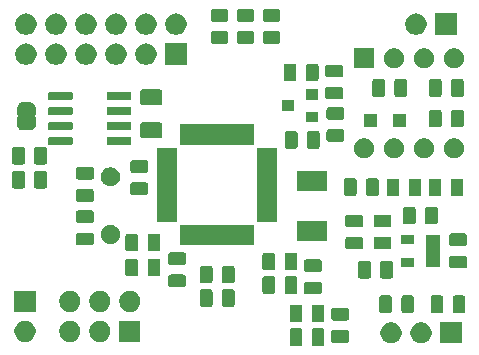
<source format=gbr>
G04 #@! TF.GenerationSoftware,KiCad,Pcbnew,5.1.6*
G04 #@! TF.CreationDate,2020-09-05T13:36:47+02:00*
G04 #@! TF.ProjectId,usynth,7573796e-7468-42e6-9b69-6361645f7063,2*
G04 #@! TF.SameCoordinates,Original*
G04 #@! TF.FileFunction,Soldermask,Top*
G04 #@! TF.FilePolarity,Negative*
%FSLAX46Y46*%
G04 Gerber Fmt 4.6, Leading zero omitted, Abs format (unit mm)*
G04 Created by KiCad (PCBNEW 5.1.6) date 2020-09-05 13:36:47*
%MOMM*%
%LPD*%
G01*
G04 APERTURE LIST*
%ADD10C,0.100000*%
G04 APERTURE END LIST*
D10*
G36*
X145234468Y-87753565D02*
G01*
X145273138Y-87765296D01*
X145308777Y-87784346D01*
X145340017Y-87809983D01*
X145365654Y-87841223D01*
X145384704Y-87876862D01*
X145396435Y-87915532D01*
X145401000Y-87961888D01*
X145401000Y-89038112D01*
X145396435Y-89084468D01*
X145384704Y-89123138D01*
X145365654Y-89158777D01*
X145340017Y-89190017D01*
X145308777Y-89215654D01*
X145273138Y-89234704D01*
X145234468Y-89246435D01*
X145188112Y-89251000D01*
X144536888Y-89251000D01*
X144490532Y-89246435D01*
X144451862Y-89234704D01*
X144416223Y-89215654D01*
X144384983Y-89190017D01*
X144359346Y-89158777D01*
X144340296Y-89123138D01*
X144328565Y-89084468D01*
X144324000Y-89038112D01*
X144324000Y-87961888D01*
X144328565Y-87915532D01*
X144340296Y-87876862D01*
X144359346Y-87841223D01*
X144384983Y-87809983D01*
X144416223Y-87784346D01*
X144451862Y-87765296D01*
X144490532Y-87753565D01*
X144536888Y-87749000D01*
X145188112Y-87749000D01*
X145234468Y-87753565D01*
G37*
G36*
X147109468Y-87753565D02*
G01*
X147148138Y-87765296D01*
X147183777Y-87784346D01*
X147215017Y-87809983D01*
X147240654Y-87841223D01*
X147259704Y-87876862D01*
X147271435Y-87915532D01*
X147276000Y-87961888D01*
X147276000Y-89038112D01*
X147271435Y-89084468D01*
X147259704Y-89123138D01*
X147240654Y-89158777D01*
X147215017Y-89190017D01*
X147183777Y-89215654D01*
X147148138Y-89234704D01*
X147109468Y-89246435D01*
X147063112Y-89251000D01*
X146411888Y-89251000D01*
X146365532Y-89246435D01*
X146326862Y-89234704D01*
X146291223Y-89215654D01*
X146259983Y-89190017D01*
X146234346Y-89158777D01*
X146215296Y-89123138D01*
X146203565Y-89084468D01*
X146199000Y-89038112D01*
X146199000Y-87961888D01*
X146203565Y-87915532D01*
X146215296Y-87876862D01*
X146234346Y-87841223D01*
X146259983Y-87809983D01*
X146291223Y-87784346D01*
X146326862Y-87765296D01*
X146365532Y-87753565D01*
X146411888Y-87749000D01*
X147063112Y-87749000D01*
X147109468Y-87753565D01*
G37*
G36*
X158889000Y-89039000D02*
G01*
X157087000Y-89039000D01*
X157087000Y-87237000D01*
X158889000Y-87237000D01*
X158889000Y-89039000D01*
G37*
G36*
X153021512Y-87241927D02*
G01*
X153170812Y-87271624D01*
X153334784Y-87339544D01*
X153482354Y-87438147D01*
X153607853Y-87563646D01*
X153706456Y-87711216D01*
X153774376Y-87875188D01*
X153809000Y-88049259D01*
X153809000Y-88226741D01*
X153774376Y-88400812D01*
X153706456Y-88564784D01*
X153607853Y-88712354D01*
X153482354Y-88837853D01*
X153334784Y-88936456D01*
X153170812Y-89004376D01*
X153021512Y-89034073D01*
X152996742Y-89039000D01*
X152819258Y-89039000D01*
X152794488Y-89034073D01*
X152645188Y-89004376D01*
X152481216Y-88936456D01*
X152333646Y-88837853D01*
X152208147Y-88712354D01*
X152109544Y-88564784D01*
X152041624Y-88400812D01*
X152007000Y-88226741D01*
X152007000Y-88049259D01*
X152041624Y-87875188D01*
X152109544Y-87711216D01*
X152208147Y-87563646D01*
X152333646Y-87438147D01*
X152481216Y-87339544D01*
X152645188Y-87271624D01*
X152794488Y-87241927D01*
X152819258Y-87237000D01*
X152996742Y-87237000D01*
X153021512Y-87241927D01*
G37*
G36*
X155561512Y-87241927D02*
G01*
X155710812Y-87271624D01*
X155874784Y-87339544D01*
X156022354Y-87438147D01*
X156147853Y-87563646D01*
X156246456Y-87711216D01*
X156314376Y-87875188D01*
X156349000Y-88049259D01*
X156349000Y-88226741D01*
X156314376Y-88400812D01*
X156246456Y-88564784D01*
X156147853Y-88712354D01*
X156022354Y-88837853D01*
X155874784Y-88936456D01*
X155710812Y-89004376D01*
X155561512Y-89034073D01*
X155536742Y-89039000D01*
X155359258Y-89039000D01*
X155334488Y-89034073D01*
X155185188Y-89004376D01*
X155021216Y-88936456D01*
X154873646Y-88837853D01*
X154748147Y-88712354D01*
X154649544Y-88564784D01*
X154581624Y-88400812D01*
X154547000Y-88226741D01*
X154547000Y-88049259D01*
X154581624Y-87875188D01*
X154649544Y-87711216D01*
X154748147Y-87563646D01*
X154873646Y-87438147D01*
X155021216Y-87339544D01*
X155185188Y-87271624D01*
X155334488Y-87241927D01*
X155359258Y-87237000D01*
X155536742Y-87237000D01*
X155561512Y-87241927D01*
G37*
G36*
X149184468Y-87903565D02*
G01*
X149223138Y-87915296D01*
X149258777Y-87934346D01*
X149290017Y-87959983D01*
X149315654Y-87991223D01*
X149334704Y-88026862D01*
X149346435Y-88065532D01*
X149351000Y-88111888D01*
X149351000Y-88763112D01*
X149346435Y-88809468D01*
X149334704Y-88848138D01*
X149315654Y-88883777D01*
X149290017Y-88915017D01*
X149258777Y-88940654D01*
X149223138Y-88959704D01*
X149184468Y-88971435D01*
X149138112Y-88976000D01*
X148061888Y-88976000D01*
X148015532Y-88971435D01*
X147976862Y-88959704D01*
X147941223Y-88940654D01*
X147909983Y-88915017D01*
X147884346Y-88883777D01*
X147865296Y-88848138D01*
X147853565Y-88809468D01*
X147849000Y-88763112D01*
X147849000Y-88111888D01*
X147853565Y-88065532D01*
X147865296Y-88026862D01*
X147884346Y-87991223D01*
X147909983Y-87959983D01*
X147941223Y-87934346D01*
X147976862Y-87915296D01*
X148015532Y-87903565D01*
X148061888Y-87899000D01*
X149138112Y-87899000D01*
X149184468Y-87903565D01*
G37*
G36*
X122033512Y-87114927D02*
G01*
X122182812Y-87144624D01*
X122346784Y-87212544D01*
X122494354Y-87311147D01*
X122619853Y-87436646D01*
X122718456Y-87584216D01*
X122786376Y-87748188D01*
X122821000Y-87922259D01*
X122821000Y-88099741D01*
X122786376Y-88273812D01*
X122718456Y-88437784D01*
X122619853Y-88585354D01*
X122494354Y-88710853D01*
X122346784Y-88809456D01*
X122182812Y-88877376D01*
X122033512Y-88907073D01*
X122008742Y-88912000D01*
X121831258Y-88912000D01*
X121806488Y-88907073D01*
X121657188Y-88877376D01*
X121493216Y-88809456D01*
X121345646Y-88710853D01*
X121220147Y-88585354D01*
X121121544Y-88437784D01*
X121053624Y-88273812D01*
X121019000Y-88099741D01*
X121019000Y-87922259D01*
X121053624Y-87748188D01*
X121121544Y-87584216D01*
X121220147Y-87436646D01*
X121345646Y-87311147D01*
X121493216Y-87212544D01*
X121657188Y-87144624D01*
X121806488Y-87114927D01*
X121831258Y-87110000D01*
X122008742Y-87110000D01*
X122033512Y-87114927D01*
G37*
G36*
X131701000Y-88912000D02*
G01*
X129899000Y-88912000D01*
X129899000Y-87110000D01*
X131701000Y-87110000D01*
X131701000Y-88912000D01*
G37*
G36*
X128373512Y-87114927D02*
G01*
X128522812Y-87144624D01*
X128686784Y-87212544D01*
X128834354Y-87311147D01*
X128959853Y-87436646D01*
X129058456Y-87584216D01*
X129126376Y-87748188D01*
X129161000Y-87922259D01*
X129161000Y-88099741D01*
X129126376Y-88273812D01*
X129058456Y-88437784D01*
X128959853Y-88585354D01*
X128834354Y-88710853D01*
X128686784Y-88809456D01*
X128522812Y-88877376D01*
X128373512Y-88907073D01*
X128348742Y-88912000D01*
X128171258Y-88912000D01*
X128146488Y-88907073D01*
X127997188Y-88877376D01*
X127833216Y-88809456D01*
X127685646Y-88710853D01*
X127560147Y-88585354D01*
X127461544Y-88437784D01*
X127393624Y-88273812D01*
X127359000Y-88099741D01*
X127359000Y-87922259D01*
X127393624Y-87748188D01*
X127461544Y-87584216D01*
X127560147Y-87436646D01*
X127685646Y-87311147D01*
X127833216Y-87212544D01*
X127997188Y-87144624D01*
X128146488Y-87114927D01*
X128171258Y-87110000D01*
X128348742Y-87110000D01*
X128373512Y-87114927D01*
G37*
G36*
X125833512Y-87114927D02*
G01*
X125982812Y-87144624D01*
X126146784Y-87212544D01*
X126294354Y-87311147D01*
X126419853Y-87436646D01*
X126518456Y-87584216D01*
X126586376Y-87748188D01*
X126621000Y-87922259D01*
X126621000Y-88099741D01*
X126586376Y-88273812D01*
X126518456Y-88437784D01*
X126419853Y-88585354D01*
X126294354Y-88710853D01*
X126146784Y-88809456D01*
X125982812Y-88877376D01*
X125833512Y-88907073D01*
X125808742Y-88912000D01*
X125631258Y-88912000D01*
X125606488Y-88907073D01*
X125457188Y-88877376D01*
X125293216Y-88809456D01*
X125145646Y-88710853D01*
X125020147Y-88585354D01*
X124921544Y-88437784D01*
X124853624Y-88273812D01*
X124819000Y-88099741D01*
X124819000Y-87922259D01*
X124853624Y-87748188D01*
X124921544Y-87584216D01*
X125020147Y-87436646D01*
X125145646Y-87311147D01*
X125293216Y-87212544D01*
X125457188Y-87144624D01*
X125606488Y-87114927D01*
X125631258Y-87110000D01*
X125808742Y-87110000D01*
X125833512Y-87114927D01*
G37*
G36*
X147109468Y-85753565D02*
G01*
X147148138Y-85765296D01*
X147183777Y-85784346D01*
X147215017Y-85809983D01*
X147240654Y-85841223D01*
X147259704Y-85876862D01*
X147271435Y-85915532D01*
X147276000Y-85961888D01*
X147276000Y-87038112D01*
X147271435Y-87084468D01*
X147259704Y-87123138D01*
X147240654Y-87158777D01*
X147215017Y-87190017D01*
X147183777Y-87215654D01*
X147148138Y-87234704D01*
X147109468Y-87246435D01*
X147063112Y-87251000D01*
X146411888Y-87251000D01*
X146365532Y-87246435D01*
X146326862Y-87234704D01*
X146291223Y-87215654D01*
X146259983Y-87190017D01*
X146234346Y-87158777D01*
X146215296Y-87123138D01*
X146203565Y-87084468D01*
X146199000Y-87038112D01*
X146199000Y-85961888D01*
X146203565Y-85915532D01*
X146215296Y-85876862D01*
X146234346Y-85841223D01*
X146259983Y-85809983D01*
X146291223Y-85784346D01*
X146326862Y-85765296D01*
X146365532Y-85753565D01*
X146411888Y-85749000D01*
X147063112Y-85749000D01*
X147109468Y-85753565D01*
G37*
G36*
X145234468Y-85753565D02*
G01*
X145273138Y-85765296D01*
X145308777Y-85784346D01*
X145340017Y-85809983D01*
X145365654Y-85841223D01*
X145384704Y-85876862D01*
X145396435Y-85915532D01*
X145401000Y-85961888D01*
X145401000Y-87038112D01*
X145396435Y-87084468D01*
X145384704Y-87123138D01*
X145365654Y-87158777D01*
X145340017Y-87190017D01*
X145308777Y-87215654D01*
X145273138Y-87234704D01*
X145234468Y-87246435D01*
X145188112Y-87251000D01*
X144536888Y-87251000D01*
X144490532Y-87246435D01*
X144451862Y-87234704D01*
X144416223Y-87215654D01*
X144384983Y-87190017D01*
X144359346Y-87158777D01*
X144340296Y-87123138D01*
X144328565Y-87084468D01*
X144324000Y-87038112D01*
X144324000Y-85961888D01*
X144328565Y-85915532D01*
X144340296Y-85876862D01*
X144359346Y-85841223D01*
X144384983Y-85809983D01*
X144416223Y-85784346D01*
X144451862Y-85765296D01*
X144490532Y-85753565D01*
X144536888Y-85749000D01*
X145188112Y-85749000D01*
X145234468Y-85753565D01*
G37*
G36*
X149184468Y-86028565D02*
G01*
X149223138Y-86040296D01*
X149258777Y-86059346D01*
X149290017Y-86084983D01*
X149315654Y-86116223D01*
X149334704Y-86151862D01*
X149346435Y-86190532D01*
X149351000Y-86236888D01*
X149351000Y-86888112D01*
X149346435Y-86934468D01*
X149334704Y-86973138D01*
X149315654Y-87008777D01*
X149290017Y-87040017D01*
X149258777Y-87065654D01*
X149223138Y-87084704D01*
X149184468Y-87096435D01*
X149138112Y-87101000D01*
X148061888Y-87101000D01*
X148015532Y-87096435D01*
X147976862Y-87084704D01*
X147941223Y-87065654D01*
X147909983Y-87040017D01*
X147884346Y-87008777D01*
X147865296Y-86973138D01*
X147853565Y-86934468D01*
X147849000Y-86888112D01*
X147849000Y-86236888D01*
X147853565Y-86190532D01*
X147865296Y-86151862D01*
X147884346Y-86116223D01*
X147909983Y-86084983D01*
X147941223Y-86059346D01*
X147976862Y-86040296D01*
X148015532Y-86028565D01*
X148061888Y-86024000D01*
X149138112Y-86024000D01*
X149184468Y-86028565D01*
G37*
G36*
X152834468Y-84978565D02*
G01*
X152873138Y-84990296D01*
X152908777Y-85009346D01*
X152940017Y-85034983D01*
X152965654Y-85066223D01*
X152984704Y-85101862D01*
X152996435Y-85140532D01*
X153001000Y-85186888D01*
X153001000Y-86263112D01*
X152996435Y-86309468D01*
X152984704Y-86348138D01*
X152965654Y-86383777D01*
X152940017Y-86415017D01*
X152908777Y-86440654D01*
X152873138Y-86459704D01*
X152834468Y-86471435D01*
X152788112Y-86476000D01*
X152136888Y-86476000D01*
X152090532Y-86471435D01*
X152051862Y-86459704D01*
X152016223Y-86440654D01*
X151984983Y-86415017D01*
X151959346Y-86383777D01*
X151940296Y-86348138D01*
X151928565Y-86309468D01*
X151924000Y-86263112D01*
X151924000Y-85186888D01*
X151928565Y-85140532D01*
X151940296Y-85101862D01*
X151959346Y-85066223D01*
X151984983Y-85034983D01*
X152016223Y-85009346D01*
X152051862Y-84990296D01*
X152090532Y-84978565D01*
X152136888Y-84974000D01*
X152788112Y-84974000D01*
X152834468Y-84978565D01*
G37*
G36*
X154709468Y-84978565D02*
G01*
X154748138Y-84990296D01*
X154783777Y-85009346D01*
X154815017Y-85034983D01*
X154840654Y-85066223D01*
X154859704Y-85101862D01*
X154871435Y-85140532D01*
X154876000Y-85186888D01*
X154876000Y-86263112D01*
X154871435Y-86309468D01*
X154859704Y-86348138D01*
X154840654Y-86383777D01*
X154815017Y-86415017D01*
X154783777Y-86440654D01*
X154748138Y-86459704D01*
X154709468Y-86471435D01*
X154663112Y-86476000D01*
X154011888Y-86476000D01*
X153965532Y-86471435D01*
X153926862Y-86459704D01*
X153891223Y-86440654D01*
X153859983Y-86415017D01*
X153834346Y-86383777D01*
X153815296Y-86348138D01*
X153803565Y-86309468D01*
X153799000Y-86263112D01*
X153799000Y-85186888D01*
X153803565Y-85140532D01*
X153815296Y-85101862D01*
X153834346Y-85066223D01*
X153859983Y-85034983D01*
X153891223Y-85009346D01*
X153926862Y-84990296D01*
X153965532Y-84978565D01*
X154011888Y-84974000D01*
X154663112Y-84974000D01*
X154709468Y-84978565D01*
G37*
G36*
X159043468Y-84978565D02*
G01*
X159082138Y-84990296D01*
X159117777Y-85009346D01*
X159149017Y-85034983D01*
X159174654Y-85066223D01*
X159193704Y-85101862D01*
X159205435Y-85140532D01*
X159210000Y-85186888D01*
X159210000Y-86263112D01*
X159205435Y-86309468D01*
X159193704Y-86348138D01*
X159174654Y-86383777D01*
X159149017Y-86415017D01*
X159117777Y-86440654D01*
X159082138Y-86459704D01*
X159043468Y-86471435D01*
X158997112Y-86476000D01*
X158345888Y-86476000D01*
X158299532Y-86471435D01*
X158260862Y-86459704D01*
X158225223Y-86440654D01*
X158193983Y-86415017D01*
X158168346Y-86383777D01*
X158149296Y-86348138D01*
X158137565Y-86309468D01*
X158133000Y-86263112D01*
X158133000Y-85186888D01*
X158137565Y-85140532D01*
X158149296Y-85101862D01*
X158168346Y-85066223D01*
X158193983Y-85034983D01*
X158225223Y-85009346D01*
X158260862Y-84990296D01*
X158299532Y-84978565D01*
X158345888Y-84974000D01*
X158997112Y-84974000D01*
X159043468Y-84978565D01*
G37*
G36*
X157168468Y-84978565D02*
G01*
X157207138Y-84990296D01*
X157242777Y-85009346D01*
X157274017Y-85034983D01*
X157299654Y-85066223D01*
X157318704Y-85101862D01*
X157330435Y-85140532D01*
X157335000Y-85186888D01*
X157335000Y-86263112D01*
X157330435Y-86309468D01*
X157318704Y-86348138D01*
X157299654Y-86383777D01*
X157274017Y-86415017D01*
X157242777Y-86440654D01*
X157207138Y-86459704D01*
X157168468Y-86471435D01*
X157122112Y-86476000D01*
X156470888Y-86476000D01*
X156424532Y-86471435D01*
X156385862Y-86459704D01*
X156350223Y-86440654D01*
X156318983Y-86415017D01*
X156293346Y-86383777D01*
X156274296Y-86348138D01*
X156262565Y-86309468D01*
X156258000Y-86263112D01*
X156258000Y-85186888D01*
X156262565Y-85140532D01*
X156274296Y-85101862D01*
X156293346Y-85066223D01*
X156318983Y-85034983D01*
X156350223Y-85009346D01*
X156385862Y-84990296D01*
X156424532Y-84978565D01*
X156470888Y-84974000D01*
X157122112Y-84974000D01*
X157168468Y-84978565D01*
G37*
G36*
X130913512Y-84574927D02*
G01*
X131062812Y-84604624D01*
X131226784Y-84672544D01*
X131374354Y-84771147D01*
X131499853Y-84896646D01*
X131598456Y-85044216D01*
X131666376Y-85208188D01*
X131701000Y-85382259D01*
X131701000Y-85559741D01*
X131666376Y-85733812D01*
X131598456Y-85897784D01*
X131499853Y-86045354D01*
X131374354Y-86170853D01*
X131226784Y-86269456D01*
X131062812Y-86337376D01*
X130913512Y-86367073D01*
X130888742Y-86372000D01*
X130711258Y-86372000D01*
X130686488Y-86367073D01*
X130537188Y-86337376D01*
X130373216Y-86269456D01*
X130225646Y-86170853D01*
X130100147Y-86045354D01*
X130001544Y-85897784D01*
X129933624Y-85733812D01*
X129899000Y-85559741D01*
X129899000Y-85382259D01*
X129933624Y-85208188D01*
X130001544Y-85044216D01*
X130100147Y-84896646D01*
X130225646Y-84771147D01*
X130373216Y-84672544D01*
X130537188Y-84604624D01*
X130686488Y-84574927D01*
X130711258Y-84570000D01*
X130888742Y-84570000D01*
X130913512Y-84574927D01*
G37*
G36*
X125833512Y-84574927D02*
G01*
X125982812Y-84604624D01*
X126146784Y-84672544D01*
X126294354Y-84771147D01*
X126419853Y-84896646D01*
X126518456Y-85044216D01*
X126586376Y-85208188D01*
X126621000Y-85382259D01*
X126621000Y-85559741D01*
X126586376Y-85733812D01*
X126518456Y-85897784D01*
X126419853Y-86045354D01*
X126294354Y-86170853D01*
X126146784Y-86269456D01*
X125982812Y-86337376D01*
X125833512Y-86367073D01*
X125808742Y-86372000D01*
X125631258Y-86372000D01*
X125606488Y-86367073D01*
X125457188Y-86337376D01*
X125293216Y-86269456D01*
X125145646Y-86170853D01*
X125020147Y-86045354D01*
X124921544Y-85897784D01*
X124853624Y-85733812D01*
X124819000Y-85559741D01*
X124819000Y-85382259D01*
X124853624Y-85208188D01*
X124921544Y-85044216D01*
X125020147Y-84896646D01*
X125145646Y-84771147D01*
X125293216Y-84672544D01*
X125457188Y-84604624D01*
X125606488Y-84574927D01*
X125631258Y-84570000D01*
X125808742Y-84570000D01*
X125833512Y-84574927D01*
G37*
G36*
X128373512Y-84574927D02*
G01*
X128522812Y-84604624D01*
X128686784Y-84672544D01*
X128834354Y-84771147D01*
X128959853Y-84896646D01*
X129058456Y-85044216D01*
X129126376Y-85208188D01*
X129161000Y-85382259D01*
X129161000Y-85559741D01*
X129126376Y-85733812D01*
X129058456Y-85897784D01*
X128959853Y-86045354D01*
X128834354Y-86170853D01*
X128686784Y-86269456D01*
X128522812Y-86337376D01*
X128373512Y-86367073D01*
X128348742Y-86372000D01*
X128171258Y-86372000D01*
X128146488Y-86367073D01*
X127997188Y-86337376D01*
X127833216Y-86269456D01*
X127685646Y-86170853D01*
X127560147Y-86045354D01*
X127461544Y-85897784D01*
X127393624Y-85733812D01*
X127359000Y-85559741D01*
X127359000Y-85382259D01*
X127393624Y-85208188D01*
X127461544Y-85044216D01*
X127560147Y-84896646D01*
X127685646Y-84771147D01*
X127833216Y-84672544D01*
X127997188Y-84604624D01*
X128146488Y-84574927D01*
X128171258Y-84570000D01*
X128348742Y-84570000D01*
X128373512Y-84574927D01*
G37*
G36*
X122821000Y-86372000D02*
G01*
X121019000Y-86372000D01*
X121019000Y-84570000D01*
X122821000Y-84570000D01*
X122821000Y-86372000D01*
G37*
G36*
X137634468Y-84453565D02*
G01*
X137673138Y-84465296D01*
X137708777Y-84484346D01*
X137740017Y-84509983D01*
X137765654Y-84541223D01*
X137784704Y-84576862D01*
X137796435Y-84615532D01*
X137801000Y-84661888D01*
X137801000Y-85738112D01*
X137796435Y-85784468D01*
X137784704Y-85823138D01*
X137765654Y-85858777D01*
X137740017Y-85890017D01*
X137708777Y-85915654D01*
X137673138Y-85934704D01*
X137634468Y-85946435D01*
X137588112Y-85951000D01*
X136936888Y-85951000D01*
X136890532Y-85946435D01*
X136851862Y-85934704D01*
X136816223Y-85915654D01*
X136784983Y-85890017D01*
X136759346Y-85858777D01*
X136740296Y-85823138D01*
X136728565Y-85784468D01*
X136724000Y-85738112D01*
X136724000Y-84661888D01*
X136728565Y-84615532D01*
X136740296Y-84576862D01*
X136759346Y-84541223D01*
X136784983Y-84509983D01*
X136816223Y-84484346D01*
X136851862Y-84465296D01*
X136890532Y-84453565D01*
X136936888Y-84449000D01*
X137588112Y-84449000D01*
X137634468Y-84453565D01*
G37*
G36*
X139509468Y-84453565D02*
G01*
X139548138Y-84465296D01*
X139583777Y-84484346D01*
X139615017Y-84509983D01*
X139640654Y-84541223D01*
X139659704Y-84576862D01*
X139671435Y-84615532D01*
X139676000Y-84661888D01*
X139676000Y-85738112D01*
X139671435Y-85784468D01*
X139659704Y-85823138D01*
X139640654Y-85858777D01*
X139615017Y-85890017D01*
X139583777Y-85915654D01*
X139548138Y-85934704D01*
X139509468Y-85946435D01*
X139463112Y-85951000D01*
X138811888Y-85951000D01*
X138765532Y-85946435D01*
X138726862Y-85934704D01*
X138691223Y-85915654D01*
X138659983Y-85890017D01*
X138634346Y-85858777D01*
X138615296Y-85823138D01*
X138603565Y-85784468D01*
X138599000Y-85738112D01*
X138599000Y-84661888D01*
X138603565Y-84615532D01*
X138615296Y-84576862D01*
X138634346Y-84541223D01*
X138659983Y-84509983D01*
X138691223Y-84484346D01*
X138726862Y-84465296D01*
X138765532Y-84453565D01*
X138811888Y-84449000D01*
X139463112Y-84449000D01*
X139509468Y-84453565D01*
G37*
G36*
X146884468Y-83803565D02*
G01*
X146923138Y-83815296D01*
X146958777Y-83834346D01*
X146990017Y-83859983D01*
X147015654Y-83891223D01*
X147034704Y-83926862D01*
X147046435Y-83965532D01*
X147051000Y-84011888D01*
X147051000Y-84663112D01*
X147046435Y-84709468D01*
X147034704Y-84748138D01*
X147015654Y-84783777D01*
X146990017Y-84815017D01*
X146958777Y-84840654D01*
X146923138Y-84859704D01*
X146884468Y-84871435D01*
X146838112Y-84876000D01*
X145761888Y-84876000D01*
X145715532Y-84871435D01*
X145676862Y-84859704D01*
X145641223Y-84840654D01*
X145609983Y-84815017D01*
X145584346Y-84783777D01*
X145565296Y-84748138D01*
X145553565Y-84709468D01*
X145549000Y-84663112D01*
X145549000Y-84011888D01*
X145553565Y-83965532D01*
X145565296Y-83926862D01*
X145584346Y-83891223D01*
X145609983Y-83859983D01*
X145641223Y-83834346D01*
X145676862Y-83815296D01*
X145715532Y-83803565D01*
X145761888Y-83799000D01*
X146838112Y-83799000D01*
X146884468Y-83803565D01*
G37*
G36*
X144809468Y-83353565D02*
G01*
X144848138Y-83365296D01*
X144883777Y-83384346D01*
X144915017Y-83409983D01*
X144940654Y-83441223D01*
X144959704Y-83476862D01*
X144971435Y-83515532D01*
X144976000Y-83561888D01*
X144976000Y-84638112D01*
X144971435Y-84684468D01*
X144959704Y-84723138D01*
X144940654Y-84758777D01*
X144915017Y-84790017D01*
X144883777Y-84815654D01*
X144848138Y-84834704D01*
X144809468Y-84846435D01*
X144763112Y-84851000D01*
X144111888Y-84851000D01*
X144065532Y-84846435D01*
X144026862Y-84834704D01*
X143991223Y-84815654D01*
X143959983Y-84790017D01*
X143934346Y-84758777D01*
X143915296Y-84723138D01*
X143903565Y-84684468D01*
X143899000Y-84638112D01*
X143899000Y-83561888D01*
X143903565Y-83515532D01*
X143915296Y-83476862D01*
X143934346Y-83441223D01*
X143959983Y-83409983D01*
X143991223Y-83384346D01*
X144026862Y-83365296D01*
X144065532Y-83353565D01*
X144111888Y-83349000D01*
X144763112Y-83349000D01*
X144809468Y-83353565D01*
G37*
G36*
X142934468Y-83353565D02*
G01*
X142973138Y-83365296D01*
X143008777Y-83384346D01*
X143040017Y-83409983D01*
X143065654Y-83441223D01*
X143084704Y-83476862D01*
X143096435Y-83515532D01*
X143101000Y-83561888D01*
X143101000Y-84638112D01*
X143096435Y-84684468D01*
X143084704Y-84723138D01*
X143065654Y-84758777D01*
X143040017Y-84790017D01*
X143008777Y-84815654D01*
X142973138Y-84834704D01*
X142934468Y-84846435D01*
X142888112Y-84851000D01*
X142236888Y-84851000D01*
X142190532Y-84846435D01*
X142151862Y-84834704D01*
X142116223Y-84815654D01*
X142084983Y-84790017D01*
X142059346Y-84758777D01*
X142040296Y-84723138D01*
X142028565Y-84684468D01*
X142024000Y-84638112D01*
X142024000Y-83561888D01*
X142028565Y-83515532D01*
X142040296Y-83476862D01*
X142059346Y-83441223D01*
X142084983Y-83409983D01*
X142116223Y-83384346D01*
X142151862Y-83365296D01*
X142190532Y-83353565D01*
X142236888Y-83349000D01*
X142888112Y-83349000D01*
X142934468Y-83353565D01*
G37*
G36*
X135384468Y-83203565D02*
G01*
X135423138Y-83215296D01*
X135458777Y-83234346D01*
X135490017Y-83259983D01*
X135515654Y-83291223D01*
X135534704Y-83326862D01*
X135546435Y-83365532D01*
X135551000Y-83411888D01*
X135551000Y-84063112D01*
X135546435Y-84109468D01*
X135534704Y-84148138D01*
X135515654Y-84183777D01*
X135490017Y-84215017D01*
X135458777Y-84240654D01*
X135423138Y-84259704D01*
X135384468Y-84271435D01*
X135338112Y-84276000D01*
X134261888Y-84276000D01*
X134215532Y-84271435D01*
X134176862Y-84259704D01*
X134141223Y-84240654D01*
X134109983Y-84215017D01*
X134084346Y-84183777D01*
X134065296Y-84148138D01*
X134053565Y-84109468D01*
X134049000Y-84063112D01*
X134049000Y-83411888D01*
X134053565Y-83365532D01*
X134065296Y-83326862D01*
X134084346Y-83291223D01*
X134109983Y-83259983D01*
X134141223Y-83234346D01*
X134176862Y-83215296D01*
X134215532Y-83203565D01*
X134261888Y-83199000D01*
X135338112Y-83199000D01*
X135384468Y-83203565D01*
G37*
G36*
X139509468Y-82453565D02*
G01*
X139548138Y-82465296D01*
X139583777Y-82484346D01*
X139615017Y-82509983D01*
X139640654Y-82541223D01*
X139659704Y-82576862D01*
X139671435Y-82615532D01*
X139676000Y-82661888D01*
X139676000Y-83738112D01*
X139671435Y-83784468D01*
X139659704Y-83823138D01*
X139640654Y-83858777D01*
X139615017Y-83890017D01*
X139583777Y-83915654D01*
X139548138Y-83934704D01*
X139509468Y-83946435D01*
X139463112Y-83951000D01*
X138811888Y-83951000D01*
X138765532Y-83946435D01*
X138726862Y-83934704D01*
X138691223Y-83915654D01*
X138659983Y-83890017D01*
X138634346Y-83858777D01*
X138615296Y-83823138D01*
X138603565Y-83784468D01*
X138599000Y-83738112D01*
X138599000Y-82661888D01*
X138603565Y-82615532D01*
X138615296Y-82576862D01*
X138634346Y-82541223D01*
X138659983Y-82509983D01*
X138691223Y-82484346D01*
X138726862Y-82465296D01*
X138765532Y-82453565D01*
X138811888Y-82449000D01*
X139463112Y-82449000D01*
X139509468Y-82453565D01*
G37*
G36*
X137634468Y-82453565D02*
G01*
X137673138Y-82465296D01*
X137708777Y-82484346D01*
X137740017Y-82509983D01*
X137765654Y-82541223D01*
X137784704Y-82576862D01*
X137796435Y-82615532D01*
X137801000Y-82661888D01*
X137801000Y-83738112D01*
X137796435Y-83784468D01*
X137784704Y-83823138D01*
X137765654Y-83858777D01*
X137740017Y-83890017D01*
X137708777Y-83915654D01*
X137673138Y-83934704D01*
X137634468Y-83946435D01*
X137588112Y-83951000D01*
X136936888Y-83951000D01*
X136890532Y-83946435D01*
X136851862Y-83934704D01*
X136816223Y-83915654D01*
X136784983Y-83890017D01*
X136759346Y-83858777D01*
X136740296Y-83823138D01*
X136728565Y-83784468D01*
X136724000Y-83738112D01*
X136724000Y-82661888D01*
X136728565Y-82615532D01*
X136740296Y-82576862D01*
X136759346Y-82541223D01*
X136784983Y-82509983D01*
X136816223Y-82484346D01*
X136851862Y-82465296D01*
X136890532Y-82453565D01*
X136936888Y-82449000D01*
X137588112Y-82449000D01*
X137634468Y-82453565D01*
G37*
G36*
X151034468Y-82053565D02*
G01*
X151073138Y-82065296D01*
X151108777Y-82084346D01*
X151140017Y-82109983D01*
X151165654Y-82141223D01*
X151184704Y-82176862D01*
X151196435Y-82215532D01*
X151201000Y-82261888D01*
X151201000Y-83338112D01*
X151196435Y-83384468D01*
X151184704Y-83423138D01*
X151165654Y-83458777D01*
X151140017Y-83490017D01*
X151108777Y-83515654D01*
X151073138Y-83534704D01*
X151034468Y-83546435D01*
X150988112Y-83551000D01*
X150336888Y-83551000D01*
X150290532Y-83546435D01*
X150251862Y-83534704D01*
X150216223Y-83515654D01*
X150184983Y-83490017D01*
X150159346Y-83458777D01*
X150140296Y-83423138D01*
X150128565Y-83384468D01*
X150124000Y-83338112D01*
X150124000Y-82261888D01*
X150128565Y-82215532D01*
X150140296Y-82176862D01*
X150159346Y-82141223D01*
X150184983Y-82109983D01*
X150216223Y-82084346D01*
X150251862Y-82065296D01*
X150290532Y-82053565D01*
X150336888Y-82049000D01*
X150988112Y-82049000D01*
X151034468Y-82053565D01*
G37*
G36*
X152909468Y-82053565D02*
G01*
X152948138Y-82065296D01*
X152983777Y-82084346D01*
X153015017Y-82109983D01*
X153040654Y-82141223D01*
X153059704Y-82176862D01*
X153071435Y-82215532D01*
X153076000Y-82261888D01*
X153076000Y-83338112D01*
X153071435Y-83384468D01*
X153059704Y-83423138D01*
X153040654Y-83458777D01*
X153015017Y-83490017D01*
X152983777Y-83515654D01*
X152948138Y-83534704D01*
X152909468Y-83546435D01*
X152863112Y-83551000D01*
X152211888Y-83551000D01*
X152165532Y-83546435D01*
X152126862Y-83534704D01*
X152091223Y-83515654D01*
X152059983Y-83490017D01*
X152034346Y-83458777D01*
X152015296Y-83423138D01*
X152003565Y-83384468D01*
X151999000Y-83338112D01*
X151999000Y-82261888D01*
X152003565Y-82215532D01*
X152015296Y-82176862D01*
X152034346Y-82141223D01*
X152059983Y-82109983D01*
X152091223Y-82084346D01*
X152126862Y-82065296D01*
X152165532Y-82053565D01*
X152211888Y-82049000D01*
X152863112Y-82049000D01*
X152909468Y-82053565D01*
G37*
G36*
X133209468Y-81853565D02*
G01*
X133248138Y-81865296D01*
X133283777Y-81884346D01*
X133315017Y-81909983D01*
X133340654Y-81941223D01*
X133359704Y-81976862D01*
X133371435Y-82015532D01*
X133376000Y-82061888D01*
X133376000Y-83138112D01*
X133371435Y-83184468D01*
X133359704Y-83223138D01*
X133340654Y-83258777D01*
X133315017Y-83290017D01*
X133283777Y-83315654D01*
X133248138Y-83334704D01*
X133209468Y-83346435D01*
X133163112Y-83351000D01*
X132511888Y-83351000D01*
X132465532Y-83346435D01*
X132426862Y-83334704D01*
X132391223Y-83315654D01*
X132359983Y-83290017D01*
X132334346Y-83258777D01*
X132315296Y-83223138D01*
X132303565Y-83184468D01*
X132299000Y-83138112D01*
X132299000Y-82061888D01*
X132303565Y-82015532D01*
X132315296Y-81976862D01*
X132334346Y-81941223D01*
X132359983Y-81909983D01*
X132391223Y-81884346D01*
X132426862Y-81865296D01*
X132465532Y-81853565D01*
X132511888Y-81849000D01*
X133163112Y-81849000D01*
X133209468Y-81853565D01*
G37*
G36*
X131334468Y-81853565D02*
G01*
X131373138Y-81865296D01*
X131408777Y-81884346D01*
X131440017Y-81909983D01*
X131465654Y-81941223D01*
X131484704Y-81976862D01*
X131496435Y-82015532D01*
X131501000Y-82061888D01*
X131501000Y-83138112D01*
X131496435Y-83184468D01*
X131484704Y-83223138D01*
X131465654Y-83258777D01*
X131440017Y-83290017D01*
X131408777Y-83315654D01*
X131373138Y-83334704D01*
X131334468Y-83346435D01*
X131288112Y-83351000D01*
X130636888Y-83351000D01*
X130590532Y-83346435D01*
X130551862Y-83334704D01*
X130516223Y-83315654D01*
X130484983Y-83290017D01*
X130459346Y-83258777D01*
X130440296Y-83223138D01*
X130428565Y-83184468D01*
X130424000Y-83138112D01*
X130424000Y-82061888D01*
X130428565Y-82015532D01*
X130440296Y-81976862D01*
X130459346Y-81941223D01*
X130484983Y-81909983D01*
X130516223Y-81884346D01*
X130551862Y-81865296D01*
X130590532Y-81853565D01*
X130636888Y-81849000D01*
X131288112Y-81849000D01*
X131334468Y-81853565D01*
G37*
G36*
X146884468Y-81928565D02*
G01*
X146923138Y-81940296D01*
X146958777Y-81959346D01*
X146990017Y-81984983D01*
X147015654Y-82016223D01*
X147034704Y-82051862D01*
X147046435Y-82090532D01*
X147051000Y-82136888D01*
X147051000Y-82788112D01*
X147046435Y-82834468D01*
X147034704Y-82873138D01*
X147015654Y-82908777D01*
X146990017Y-82940017D01*
X146958777Y-82965654D01*
X146923138Y-82984704D01*
X146884468Y-82996435D01*
X146838112Y-83001000D01*
X145761888Y-83001000D01*
X145715532Y-82996435D01*
X145676862Y-82984704D01*
X145641223Y-82965654D01*
X145609983Y-82940017D01*
X145584346Y-82908777D01*
X145565296Y-82873138D01*
X145553565Y-82834468D01*
X145549000Y-82788112D01*
X145549000Y-82136888D01*
X145553565Y-82090532D01*
X145565296Y-82051862D01*
X145584346Y-82016223D01*
X145609983Y-81984983D01*
X145641223Y-81959346D01*
X145676862Y-81940296D01*
X145715532Y-81928565D01*
X145761888Y-81924000D01*
X146838112Y-81924000D01*
X146884468Y-81928565D01*
G37*
G36*
X142934468Y-81353565D02*
G01*
X142973138Y-81365296D01*
X143008777Y-81384346D01*
X143040017Y-81409983D01*
X143065654Y-81441223D01*
X143084704Y-81476862D01*
X143096435Y-81515532D01*
X143101000Y-81561888D01*
X143101000Y-82638112D01*
X143096435Y-82684468D01*
X143084704Y-82723138D01*
X143065654Y-82758777D01*
X143040017Y-82790017D01*
X143008777Y-82815654D01*
X142973138Y-82834704D01*
X142934468Y-82846435D01*
X142888112Y-82851000D01*
X142236888Y-82851000D01*
X142190532Y-82846435D01*
X142151862Y-82834704D01*
X142116223Y-82815654D01*
X142084983Y-82790017D01*
X142059346Y-82758777D01*
X142040296Y-82723138D01*
X142028565Y-82684468D01*
X142024000Y-82638112D01*
X142024000Y-81561888D01*
X142028565Y-81515532D01*
X142040296Y-81476862D01*
X142059346Y-81441223D01*
X142084983Y-81409983D01*
X142116223Y-81384346D01*
X142151862Y-81365296D01*
X142190532Y-81353565D01*
X142236888Y-81349000D01*
X142888112Y-81349000D01*
X142934468Y-81353565D01*
G37*
G36*
X144809468Y-81353565D02*
G01*
X144848138Y-81365296D01*
X144883777Y-81384346D01*
X144915017Y-81409983D01*
X144940654Y-81441223D01*
X144959704Y-81476862D01*
X144971435Y-81515532D01*
X144976000Y-81561888D01*
X144976000Y-82638112D01*
X144971435Y-82684468D01*
X144959704Y-82723138D01*
X144940654Y-82758777D01*
X144915017Y-82790017D01*
X144883777Y-82815654D01*
X144848138Y-82834704D01*
X144809468Y-82846435D01*
X144763112Y-82851000D01*
X144111888Y-82851000D01*
X144065532Y-82846435D01*
X144026862Y-82834704D01*
X143991223Y-82815654D01*
X143959983Y-82790017D01*
X143934346Y-82758777D01*
X143915296Y-82723138D01*
X143903565Y-82684468D01*
X143899000Y-82638112D01*
X143899000Y-81561888D01*
X143903565Y-81515532D01*
X143915296Y-81476862D01*
X143934346Y-81441223D01*
X143959983Y-81409983D01*
X143991223Y-81384346D01*
X144026862Y-81365296D01*
X144065532Y-81353565D01*
X144111888Y-81349000D01*
X144763112Y-81349000D01*
X144809468Y-81353565D01*
G37*
G36*
X159184468Y-81603565D02*
G01*
X159223138Y-81615296D01*
X159258777Y-81634346D01*
X159290017Y-81659983D01*
X159315654Y-81691223D01*
X159334704Y-81726862D01*
X159346435Y-81765532D01*
X159351000Y-81811888D01*
X159351000Y-82463112D01*
X159346435Y-82509468D01*
X159334704Y-82548138D01*
X159315654Y-82583777D01*
X159290017Y-82615017D01*
X159258777Y-82640654D01*
X159223138Y-82659704D01*
X159184468Y-82671435D01*
X159138112Y-82676000D01*
X158061888Y-82676000D01*
X158015532Y-82671435D01*
X157976862Y-82659704D01*
X157941223Y-82640654D01*
X157909983Y-82615017D01*
X157884346Y-82583777D01*
X157865296Y-82548138D01*
X157853565Y-82509468D01*
X157849000Y-82463112D01*
X157849000Y-81811888D01*
X157853565Y-81765532D01*
X157865296Y-81726862D01*
X157884346Y-81691223D01*
X157909983Y-81659983D01*
X157941223Y-81634346D01*
X157976862Y-81615296D01*
X158015532Y-81603565D01*
X158061888Y-81599000D01*
X159138112Y-81599000D01*
X159184468Y-81603565D01*
G37*
G36*
X154881000Y-82526000D02*
G01*
X153719000Y-82526000D01*
X153719000Y-81774000D01*
X154881000Y-81774000D01*
X154881000Y-82526000D01*
G37*
G36*
X157081000Y-82526000D02*
G01*
X155919000Y-82526000D01*
X155919000Y-79874000D01*
X157081000Y-79874000D01*
X157081000Y-82526000D01*
G37*
G36*
X135384468Y-81328565D02*
G01*
X135423138Y-81340296D01*
X135458777Y-81359346D01*
X135490017Y-81384983D01*
X135515654Y-81416223D01*
X135534704Y-81451862D01*
X135546435Y-81490532D01*
X135551000Y-81536888D01*
X135551000Y-82188112D01*
X135546435Y-82234468D01*
X135534704Y-82273138D01*
X135515654Y-82308777D01*
X135490017Y-82340017D01*
X135458777Y-82365654D01*
X135423138Y-82384704D01*
X135384468Y-82396435D01*
X135338112Y-82401000D01*
X134261888Y-82401000D01*
X134215532Y-82396435D01*
X134176862Y-82384704D01*
X134141223Y-82365654D01*
X134109983Y-82340017D01*
X134084346Y-82308777D01*
X134065296Y-82273138D01*
X134053565Y-82234468D01*
X134049000Y-82188112D01*
X134049000Y-81536888D01*
X134053565Y-81490532D01*
X134065296Y-81451862D01*
X134084346Y-81416223D01*
X134109983Y-81384983D01*
X134141223Y-81359346D01*
X134176862Y-81340296D01*
X134215532Y-81328565D01*
X134261888Y-81324000D01*
X135338112Y-81324000D01*
X135384468Y-81328565D01*
G37*
G36*
X133209468Y-79753565D02*
G01*
X133248138Y-79765296D01*
X133283777Y-79784346D01*
X133315017Y-79809983D01*
X133340654Y-79841223D01*
X133359704Y-79876862D01*
X133371435Y-79915532D01*
X133376000Y-79961888D01*
X133376000Y-81038112D01*
X133371435Y-81084468D01*
X133359704Y-81123138D01*
X133340654Y-81158777D01*
X133315017Y-81190017D01*
X133283777Y-81215654D01*
X133248138Y-81234704D01*
X133209468Y-81246435D01*
X133163112Y-81251000D01*
X132511888Y-81251000D01*
X132465532Y-81246435D01*
X132426862Y-81234704D01*
X132391223Y-81215654D01*
X132359983Y-81190017D01*
X132334346Y-81158777D01*
X132315296Y-81123138D01*
X132303565Y-81084468D01*
X132299000Y-81038112D01*
X132299000Y-79961888D01*
X132303565Y-79915532D01*
X132315296Y-79876862D01*
X132334346Y-79841223D01*
X132359983Y-79809983D01*
X132391223Y-79784346D01*
X132426862Y-79765296D01*
X132465532Y-79753565D01*
X132511888Y-79749000D01*
X133163112Y-79749000D01*
X133209468Y-79753565D01*
G37*
G36*
X131334468Y-79753565D02*
G01*
X131373138Y-79765296D01*
X131408777Y-79784346D01*
X131440017Y-79809983D01*
X131465654Y-79841223D01*
X131484704Y-79876862D01*
X131496435Y-79915532D01*
X131501000Y-79961888D01*
X131501000Y-81038112D01*
X131496435Y-81084468D01*
X131484704Y-81123138D01*
X131465654Y-81158777D01*
X131440017Y-81190017D01*
X131408777Y-81215654D01*
X131373138Y-81234704D01*
X131334468Y-81246435D01*
X131288112Y-81251000D01*
X130636888Y-81251000D01*
X130590532Y-81246435D01*
X130551862Y-81234704D01*
X130516223Y-81215654D01*
X130484983Y-81190017D01*
X130459346Y-81158777D01*
X130440296Y-81123138D01*
X130428565Y-81084468D01*
X130424000Y-81038112D01*
X130424000Y-79961888D01*
X130428565Y-79915532D01*
X130440296Y-79876862D01*
X130459346Y-79841223D01*
X130484983Y-79809983D01*
X130516223Y-79784346D01*
X130551862Y-79765296D01*
X130590532Y-79753565D01*
X130636888Y-79749000D01*
X131288112Y-79749000D01*
X131334468Y-79753565D01*
G37*
G36*
X152784468Y-80003565D02*
G01*
X152823138Y-80015296D01*
X152858777Y-80034346D01*
X152890017Y-80059983D01*
X152915654Y-80091223D01*
X152934704Y-80126862D01*
X152946435Y-80165532D01*
X152951000Y-80211888D01*
X152951000Y-80863112D01*
X152946435Y-80909468D01*
X152934704Y-80948138D01*
X152915654Y-80983777D01*
X152890017Y-81015017D01*
X152858777Y-81040654D01*
X152823138Y-81059704D01*
X152784468Y-81071435D01*
X152738112Y-81076000D01*
X151661888Y-81076000D01*
X151615532Y-81071435D01*
X151576862Y-81059704D01*
X151541223Y-81040654D01*
X151509983Y-81015017D01*
X151484346Y-80983777D01*
X151465296Y-80948138D01*
X151453565Y-80909468D01*
X151449000Y-80863112D01*
X151449000Y-80211888D01*
X151453565Y-80165532D01*
X151465296Y-80126862D01*
X151484346Y-80091223D01*
X151509983Y-80059983D01*
X151541223Y-80034346D01*
X151576862Y-80015296D01*
X151615532Y-80003565D01*
X151661888Y-79999000D01*
X152738112Y-79999000D01*
X152784468Y-80003565D01*
G37*
G36*
X150384468Y-80003565D02*
G01*
X150423138Y-80015296D01*
X150458777Y-80034346D01*
X150490017Y-80059983D01*
X150515654Y-80091223D01*
X150534704Y-80126862D01*
X150546435Y-80165532D01*
X150551000Y-80211888D01*
X150551000Y-80863112D01*
X150546435Y-80909468D01*
X150534704Y-80948138D01*
X150515654Y-80983777D01*
X150490017Y-81015017D01*
X150458777Y-81040654D01*
X150423138Y-81059704D01*
X150384468Y-81071435D01*
X150338112Y-81076000D01*
X149261888Y-81076000D01*
X149215532Y-81071435D01*
X149176862Y-81059704D01*
X149141223Y-81040654D01*
X149109983Y-81015017D01*
X149084346Y-80983777D01*
X149065296Y-80948138D01*
X149053565Y-80909468D01*
X149049000Y-80863112D01*
X149049000Y-80211888D01*
X149053565Y-80165532D01*
X149065296Y-80126862D01*
X149084346Y-80091223D01*
X149109983Y-80059983D01*
X149141223Y-80034346D01*
X149176862Y-80015296D01*
X149215532Y-80003565D01*
X149261888Y-79999000D01*
X150338112Y-79999000D01*
X150384468Y-80003565D01*
G37*
G36*
X159184468Y-79728565D02*
G01*
X159223138Y-79740296D01*
X159258777Y-79759346D01*
X159290017Y-79784983D01*
X159315654Y-79816223D01*
X159334704Y-79851862D01*
X159346435Y-79890532D01*
X159351000Y-79936888D01*
X159351000Y-80588112D01*
X159346435Y-80634468D01*
X159334704Y-80673138D01*
X159315654Y-80708777D01*
X159290017Y-80740017D01*
X159258777Y-80765654D01*
X159223138Y-80784704D01*
X159184468Y-80796435D01*
X159138112Y-80801000D01*
X158061888Y-80801000D01*
X158015532Y-80796435D01*
X157976862Y-80784704D01*
X157941223Y-80765654D01*
X157909983Y-80740017D01*
X157884346Y-80708777D01*
X157865296Y-80673138D01*
X157853565Y-80634468D01*
X157849000Y-80588112D01*
X157849000Y-79936888D01*
X157853565Y-79890532D01*
X157865296Y-79851862D01*
X157884346Y-79816223D01*
X157909983Y-79784983D01*
X157941223Y-79759346D01*
X157976862Y-79740296D01*
X158015532Y-79728565D01*
X158061888Y-79724000D01*
X159138112Y-79724000D01*
X159184468Y-79728565D01*
G37*
G36*
X127584468Y-79651565D02*
G01*
X127623138Y-79663296D01*
X127658777Y-79682346D01*
X127690017Y-79707983D01*
X127715654Y-79739223D01*
X127734704Y-79774862D01*
X127746435Y-79813532D01*
X127751000Y-79859888D01*
X127751000Y-80511112D01*
X127746435Y-80557468D01*
X127734704Y-80596138D01*
X127715654Y-80631777D01*
X127690017Y-80663017D01*
X127658777Y-80688654D01*
X127623138Y-80707704D01*
X127584468Y-80719435D01*
X127538112Y-80724000D01*
X126461888Y-80724000D01*
X126415532Y-80719435D01*
X126376862Y-80707704D01*
X126341223Y-80688654D01*
X126309983Y-80663017D01*
X126284346Y-80631777D01*
X126265296Y-80596138D01*
X126253565Y-80557468D01*
X126249000Y-80511112D01*
X126249000Y-79859888D01*
X126253565Y-79813532D01*
X126265296Y-79774862D01*
X126284346Y-79739223D01*
X126309983Y-79707983D01*
X126341223Y-79682346D01*
X126376862Y-79663296D01*
X126415532Y-79651565D01*
X126461888Y-79647000D01*
X127538112Y-79647000D01*
X127584468Y-79651565D01*
G37*
G36*
X141326000Y-80701000D02*
G01*
X135074000Y-80701000D01*
X135074000Y-78999000D01*
X141326000Y-78999000D01*
X141326000Y-80701000D01*
G37*
G36*
X154881000Y-80626000D02*
G01*
X153719000Y-80626000D01*
X153719000Y-79874000D01*
X154881000Y-79874000D01*
X154881000Y-80626000D01*
G37*
G36*
X129392642Y-79039781D02*
G01*
X129538414Y-79100162D01*
X129538416Y-79100163D01*
X129669608Y-79187822D01*
X129781178Y-79299392D01*
X129868837Y-79430584D01*
X129868838Y-79430586D01*
X129929219Y-79576358D01*
X129960000Y-79731107D01*
X129960000Y-79888893D01*
X129929219Y-80043642D01*
X129909510Y-80091223D01*
X129868837Y-80189416D01*
X129781178Y-80320608D01*
X129669608Y-80432178D01*
X129538416Y-80519837D01*
X129538415Y-80519838D01*
X129538414Y-80519838D01*
X129392642Y-80580219D01*
X129237893Y-80611000D01*
X129080107Y-80611000D01*
X128925358Y-80580219D01*
X128779586Y-80519838D01*
X128779585Y-80519838D01*
X128779584Y-80519837D01*
X128648392Y-80432178D01*
X128536822Y-80320608D01*
X128449163Y-80189416D01*
X128408490Y-80091223D01*
X128388781Y-80043642D01*
X128358000Y-79888893D01*
X128358000Y-79731107D01*
X128388781Y-79576358D01*
X128449162Y-79430586D01*
X128449163Y-79430584D01*
X128536822Y-79299392D01*
X128648392Y-79187822D01*
X128779584Y-79100163D01*
X128779586Y-79100162D01*
X128925358Y-79039781D01*
X129080107Y-79009000D01*
X129237893Y-79009000D01*
X129392642Y-79039781D01*
G37*
G36*
X145455051Y-78651284D02*
G01*
X145471446Y-78656258D01*
X145491078Y-78666751D01*
X145513717Y-78676128D01*
X145537750Y-78680908D01*
X145562254Y-78680908D01*
X145586287Y-78676127D01*
X145608922Y-78666751D01*
X145628554Y-78656258D01*
X145644949Y-78651284D01*
X145668141Y-78649000D01*
X146081859Y-78649000D01*
X146105051Y-78651284D01*
X146121446Y-78656258D01*
X146141078Y-78666751D01*
X146163717Y-78676128D01*
X146187750Y-78680908D01*
X146212254Y-78680908D01*
X146236287Y-78676127D01*
X146258922Y-78666751D01*
X146278554Y-78656258D01*
X146294949Y-78651284D01*
X146318141Y-78649000D01*
X146731859Y-78649000D01*
X146755051Y-78651284D01*
X146771446Y-78656258D01*
X146791078Y-78666751D01*
X146813717Y-78676128D01*
X146837750Y-78680908D01*
X146862254Y-78680908D01*
X146886287Y-78676127D01*
X146908922Y-78666751D01*
X146928554Y-78656258D01*
X146944949Y-78651284D01*
X146968141Y-78649000D01*
X147381859Y-78649000D01*
X147405051Y-78651284D01*
X147421443Y-78656257D01*
X147436555Y-78664334D01*
X147449798Y-78675202D01*
X147460666Y-78688445D01*
X147468743Y-78703557D01*
X147473716Y-78719949D01*
X147476000Y-78743141D01*
X147476000Y-80281859D01*
X147473716Y-80305051D01*
X147468743Y-80321443D01*
X147460666Y-80336555D01*
X147449798Y-80349798D01*
X147436555Y-80360666D01*
X147421443Y-80368743D01*
X147405051Y-80373716D01*
X147381859Y-80376000D01*
X146968141Y-80376000D01*
X146944949Y-80373716D01*
X146928554Y-80368742D01*
X146908922Y-80358249D01*
X146886283Y-80348872D01*
X146862250Y-80344092D01*
X146837746Y-80344092D01*
X146813713Y-80348873D01*
X146791078Y-80358249D01*
X146771446Y-80368742D01*
X146755051Y-80373716D01*
X146731859Y-80376000D01*
X146318141Y-80376000D01*
X146294949Y-80373716D01*
X146278554Y-80368742D01*
X146258922Y-80358249D01*
X146236283Y-80348872D01*
X146212250Y-80344092D01*
X146187746Y-80344092D01*
X146163713Y-80348873D01*
X146141078Y-80358249D01*
X146121446Y-80368742D01*
X146105051Y-80373716D01*
X146081859Y-80376000D01*
X145668141Y-80376000D01*
X145644949Y-80373716D01*
X145628554Y-80368742D01*
X145608922Y-80358249D01*
X145586283Y-80348872D01*
X145562250Y-80344092D01*
X145537746Y-80344092D01*
X145513713Y-80348873D01*
X145491078Y-80358249D01*
X145471446Y-80368742D01*
X145455051Y-80373716D01*
X145431859Y-80376000D01*
X145018141Y-80376000D01*
X144994949Y-80373716D01*
X144978557Y-80368743D01*
X144963445Y-80360666D01*
X144950202Y-80349798D01*
X144939334Y-80336555D01*
X144931257Y-80321443D01*
X144926284Y-80305051D01*
X144924000Y-80281859D01*
X144924000Y-78743141D01*
X144926284Y-78719949D01*
X144931257Y-78703557D01*
X144939334Y-78688445D01*
X144950202Y-78675202D01*
X144963445Y-78664334D01*
X144978557Y-78656257D01*
X144994949Y-78651284D01*
X145018141Y-78649000D01*
X145431859Y-78649000D01*
X145455051Y-78651284D01*
G37*
G36*
X152784468Y-78128565D02*
G01*
X152823138Y-78140296D01*
X152858777Y-78159346D01*
X152890017Y-78184983D01*
X152915654Y-78216223D01*
X152934704Y-78251862D01*
X152946435Y-78290532D01*
X152951000Y-78336888D01*
X152951000Y-78988112D01*
X152946435Y-79034468D01*
X152934704Y-79073138D01*
X152915654Y-79108777D01*
X152890017Y-79140017D01*
X152858777Y-79165654D01*
X152823138Y-79184704D01*
X152784468Y-79196435D01*
X152738112Y-79201000D01*
X151661888Y-79201000D01*
X151615532Y-79196435D01*
X151576862Y-79184704D01*
X151541223Y-79165654D01*
X151509983Y-79140017D01*
X151484346Y-79108777D01*
X151465296Y-79073138D01*
X151453565Y-79034468D01*
X151449000Y-78988112D01*
X151449000Y-78336888D01*
X151453565Y-78290532D01*
X151465296Y-78251862D01*
X151484346Y-78216223D01*
X151509983Y-78184983D01*
X151541223Y-78159346D01*
X151576862Y-78140296D01*
X151615532Y-78128565D01*
X151661888Y-78124000D01*
X152738112Y-78124000D01*
X152784468Y-78128565D01*
G37*
G36*
X150384468Y-78128565D02*
G01*
X150423138Y-78140296D01*
X150458777Y-78159346D01*
X150490017Y-78184983D01*
X150515654Y-78216223D01*
X150534704Y-78251862D01*
X150546435Y-78290532D01*
X150551000Y-78336888D01*
X150551000Y-78988112D01*
X150546435Y-79034468D01*
X150534704Y-79073138D01*
X150515654Y-79108777D01*
X150490017Y-79140017D01*
X150458777Y-79165654D01*
X150423138Y-79184704D01*
X150384468Y-79196435D01*
X150338112Y-79201000D01*
X149261888Y-79201000D01*
X149215532Y-79196435D01*
X149176862Y-79184704D01*
X149141223Y-79165654D01*
X149109983Y-79140017D01*
X149084346Y-79108777D01*
X149065296Y-79073138D01*
X149053565Y-79034468D01*
X149049000Y-78988112D01*
X149049000Y-78336888D01*
X149053565Y-78290532D01*
X149065296Y-78251862D01*
X149084346Y-78216223D01*
X149109983Y-78184983D01*
X149141223Y-78159346D01*
X149176862Y-78140296D01*
X149215532Y-78128565D01*
X149261888Y-78124000D01*
X150338112Y-78124000D01*
X150384468Y-78128565D01*
G37*
G36*
X154834468Y-77453565D02*
G01*
X154873138Y-77465296D01*
X154908777Y-77484346D01*
X154940017Y-77509983D01*
X154965654Y-77541223D01*
X154984704Y-77576862D01*
X154996435Y-77615532D01*
X155001000Y-77661888D01*
X155001000Y-78738112D01*
X154996435Y-78784468D01*
X154984704Y-78823138D01*
X154965654Y-78858777D01*
X154940017Y-78890017D01*
X154908777Y-78915654D01*
X154873138Y-78934704D01*
X154834468Y-78946435D01*
X154788112Y-78951000D01*
X154136888Y-78951000D01*
X154090532Y-78946435D01*
X154051862Y-78934704D01*
X154016223Y-78915654D01*
X153984983Y-78890017D01*
X153959346Y-78858777D01*
X153940296Y-78823138D01*
X153928565Y-78784468D01*
X153924000Y-78738112D01*
X153924000Y-77661888D01*
X153928565Y-77615532D01*
X153940296Y-77576862D01*
X153959346Y-77541223D01*
X153984983Y-77509983D01*
X154016223Y-77484346D01*
X154051862Y-77465296D01*
X154090532Y-77453565D01*
X154136888Y-77449000D01*
X154788112Y-77449000D01*
X154834468Y-77453565D01*
G37*
G36*
X156709468Y-77453565D02*
G01*
X156748138Y-77465296D01*
X156783777Y-77484346D01*
X156815017Y-77509983D01*
X156840654Y-77541223D01*
X156859704Y-77576862D01*
X156871435Y-77615532D01*
X156876000Y-77661888D01*
X156876000Y-78738112D01*
X156871435Y-78784468D01*
X156859704Y-78823138D01*
X156840654Y-78858777D01*
X156815017Y-78890017D01*
X156783777Y-78915654D01*
X156748138Y-78934704D01*
X156709468Y-78946435D01*
X156663112Y-78951000D01*
X156011888Y-78951000D01*
X155965532Y-78946435D01*
X155926862Y-78934704D01*
X155891223Y-78915654D01*
X155859983Y-78890017D01*
X155834346Y-78858777D01*
X155815296Y-78823138D01*
X155803565Y-78784468D01*
X155799000Y-78738112D01*
X155799000Y-77661888D01*
X155803565Y-77615532D01*
X155815296Y-77576862D01*
X155834346Y-77541223D01*
X155859983Y-77509983D01*
X155891223Y-77484346D01*
X155926862Y-77465296D01*
X155965532Y-77453565D01*
X156011888Y-77449000D01*
X156663112Y-77449000D01*
X156709468Y-77453565D01*
G37*
G36*
X127584468Y-77776565D02*
G01*
X127623138Y-77788296D01*
X127658777Y-77807346D01*
X127690017Y-77832983D01*
X127715654Y-77864223D01*
X127734704Y-77899862D01*
X127746435Y-77938532D01*
X127751000Y-77984888D01*
X127751000Y-78636112D01*
X127746435Y-78682468D01*
X127734704Y-78721138D01*
X127715654Y-78756777D01*
X127690017Y-78788017D01*
X127658777Y-78813654D01*
X127623138Y-78832704D01*
X127584468Y-78844435D01*
X127538112Y-78849000D01*
X126461888Y-78849000D01*
X126415532Y-78844435D01*
X126376862Y-78832704D01*
X126341223Y-78813654D01*
X126309983Y-78788017D01*
X126284346Y-78756777D01*
X126265296Y-78721138D01*
X126253565Y-78682468D01*
X126249000Y-78636112D01*
X126249000Y-77984888D01*
X126253565Y-77938532D01*
X126265296Y-77899862D01*
X126284346Y-77864223D01*
X126309983Y-77832983D01*
X126341223Y-77807346D01*
X126376862Y-77788296D01*
X126415532Y-77776565D01*
X126461888Y-77772000D01*
X127538112Y-77772000D01*
X127584468Y-77776565D01*
G37*
G36*
X143301000Y-78726000D02*
G01*
X141599000Y-78726000D01*
X141599000Y-72474000D01*
X143301000Y-72474000D01*
X143301000Y-78726000D01*
G37*
G36*
X134801000Y-78726000D02*
G01*
X133099000Y-78726000D01*
X133099000Y-72474000D01*
X134801000Y-72474000D01*
X134801000Y-78726000D01*
G37*
G36*
X127584468Y-75968565D02*
G01*
X127623138Y-75980296D01*
X127658777Y-75999346D01*
X127690017Y-76024983D01*
X127715654Y-76056223D01*
X127734704Y-76091862D01*
X127746435Y-76130532D01*
X127751000Y-76176888D01*
X127751000Y-76828112D01*
X127746435Y-76874468D01*
X127734704Y-76913138D01*
X127715654Y-76948777D01*
X127690017Y-76980017D01*
X127658777Y-77005654D01*
X127623138Y-77024704D01*
X127584468Y-77036435D01*
X127538112Y-77041000D01*
X126461888Y-77041000D01*
X126415532Y-77036435D01*
X126376862Y-77024704D01*
X126341223Y-77005654D01*
X126309983Y-76980017D01*
X126284346Y-76948777D01*
X126265296Y-76913138D01*
X126253565Y-76874468D01*
X126249000Y-76828112D01*
X126249000Y-76176888D01*
X126253565Y-76130532D01*
X126265296Y-76091862D01*
X126284346Y-76056223D01*
X126309983Y-76024983D01*
X126341223Y-75999346D01*
X126376862Y-75980296D01*
X126415532Y-75968565D01*
X126461888Y-75964000D01*
X127538112Y-75964000D01*
X127584468Y-75968565D01*
G37*
G36*
X158881468Y-75091565D02*
G01*
X158920138Y-75103296D01*
X158955777Y-75122346D01*
X158987017Y-75147983D01*
X159012654Y-75179223D01*
X159031704Y-75214862D01*
X159043435Y-75253532D01*
X159048000Y-75299888D01*
X159048000Y-76376112D01*
X159043435Y-76422468D01*
X159031704Y-76461138D01*
X159012654Y-76496777D01*
X158987017Y-76528017D01*
X158955777Y-76553654D01*
X158920138Y-76572704D01*
X158881468Y-76584435D01*
X158835112Y-76589000D01*
X158183888Y-76589000D01*
X158137532Y-76584435D01*
X158098862Y-76572704D01*
X158063223Y-76553654D01*
X158031983Y-76528017D01*
X158006346Y-76496777D01*
X157987296Y-76461138D01*
X157975565Y-76422468D01*
X157971000Y-76376112D01*
X157971000Y-75299888D01*
X157975565Y-75253532D01*
X157987296Y-75214862D01*
X158006346Y-75179223D01*
X158031983Y-75147983D01*
X158063223Y-75122346D01*
X158098862Y-75103296D01*
X158137532Y-75091565D01*
X158183888Y-75087000D01*
X158835112Y-75087000D01*
X158881468Y-75091565D01*
G37*
G36*
X157006468Y-75091565D02*
G01*
X157045138Y-75103296D01*
X157080777Y-75122346D01*
X157112017Y-75147983D01*
X157137654Y-75179223D01*
X157156704Y-75214862D01*
X157168435Y-75253532D01*
X157173000Y-75299888D01*
X157173000Y-76376112D01*
X157168435Y-76422468D01*
X157156704Y-76461138D01*
X157137654Y-76496777D01*
X157112017Y-76528017D01*
X157080777Y-76553654D01*
X157045138Y-76572704D01*
X157006468Y-76584435D01*
X156960112Y-76589000D01*
X156308888Y-76589000D01*
X156262532Y-76584435D01*
X156223862Y-76572704D01*
X156188223Y-76553654D01*
X156156983Y-76528017D01*
X156131346Y-76496777D01*
X156112296Y-76461138D01*
X156100565Y-76422468D01*
X156096000Y-76376112D01*
X156096000Y-75299888D01*
X156100565Y-75253532D01*
X156112296Y-75214862D01*
X156131346Y-75179223D01*
X156156983Y-75147983D01*
X156188223Y-75122346D01*
X156223862Y-75103296D01*
X156262532Y-75091565D01*
X156308888Y-75087000D01*
X156960112Y-75087000D01*
X157006468Y-75091565D01*
G37*
G36*
X155325468Y-75091565D02*
G01*
X155364138Y-75103296D01*
X155399777Y-75122346D01*
X155431017Y-75147983D01*
X155456654Y-75179223D01*
X155475704Y-75214862D01*
X155487435Y-75253532D01*
X155492000Y-75299888D01*
X155492000Y-76376112D01*
X155487435Y-76422468D01*
X155475704Y-76461138D01*
X155456654Y-76496777D01*
X155431017Y-76528017D01*
X155399777Y-76553654D01*
X155364138Y-76572704D01*
X155325468Y-76584435D01*
X155279112Y-76589000D01*
X154627888Y-76589000D01*
X154581532Y-76584435D01*
X154542862Y-76572704D01*
X154507223Y-76553654D01*
X154475983Y-76528017D01*
X154450346Y-76496777D01*
X154431296Y-76461138D01*
X154419565Y-76422468D01*
X154415000Y-76376112D01*
X154415000Y-75299888D01*
X154419565Y-75253532D01*
X154431296Y-75214862D01*
X154450346Y-75179223D01*
X154475983Y-75147983D01*
X154507223Y-75122346D01*
X154542862Y-75103296D01*
X154581532Y-75091565D01*
X154627888Y-75087000D01*
X155279112Y-75087000D01*
X155325468Y-75091565D01*
G37*
G36*
X153450468Y-75091565D02*
G01*
X153489138Y-75103296D01*
X153524777Y-75122346D01*
X153556017Y-75147983D01*
X153581654Y-75179223D01*
X153600704Y-75214862D01*
X153612435Y-75253532D01*
X153617000Y-75299888D01*
X153617000Y-76376112D01*
X153612435Y-76422468D01*
X153600704Y-76461138D01*
X153581654Y-76496777D01*
X153556017Y-76528017D01*
X153524777Y-76553654D01*
X153489138Y-76572704D01*
X153450468Y-76584435D01*
X153404112Y-76589000D01*
X152752888Y-76589000D01*
X152706532Y-76584435D01*
X152667862Y-76572704D01*
X152632223Y-76553654D01*
X152600983Y-76528017D01*
X152575346Y-76496777D01*
X152556296Y-76461138D01*
X152544565Y-76422468D01*
X152540000Y-76376112D01*
X152540000Y-75299888D01*
X152544565Y-75253532D01*
X152556296Y-75214862D01*
X152575346Y-75179223D01*
X152600983Y-75147983D01*
X152632223Y-75122346D01*
X152667862Y-75103296D01*
X152706532Y-75091565D01*
X152752888Y-75087000D01*
X153404112Y-75087000D01*
X153450468Y-75091565D01*
G37*
G36*
X151709468Y-75053565D02*
G01*
X151748138Y-75065296D01*
X151783777Y-75084346D01*
X151815017Y-75109983D01*
X151840654Y-75141223D01*
X151859704Y-75176862D01*
X151871435Y-75215532D01*
X151876000Y-75261888D01*
X151876000Y-76338112D01*
X151871435Y-76384468D01*
X151859704Y-76423138D01*
X151840654Y-76458777D01*
X151815017Y-76490017D01*
X151783777Y-76515654D01*
X151748138Y-76534704D01*
X151709468Y-76546435D01*
X151663112Y-76551000D01*
X151011888Y-76551000D01*
X150965532Y-76546435D01*
X150926862Y-76534704D01*
X150891223Y-76515654D01*
X150859983Y-76490017D01*
X150834346Y-76458777D01*
X150815296Y-76423138D01*
X150803565Y-76384468D01*
X150799000Y-76338112D01*
X150799000Y-75261888D01*
X150803565Y-75215532D01*
X150815296Y-75176862D01*
X150834346Y-75141223D01*
X150859983Y-75109983D01*
X150891223Y-75084346D01*
X150926862Y-75065296D01*
X150965532Y-75053565D01*
X151011888Y-75049000D01*
X151663112Y-75049000D01*
X151709468Y-75053565D01*
G37*
G36*
X149834468Y-75053565D02*
G01*
X149873138Y-75065296D01*
X149908777Y-75084346D01*
X149940017Y-75109983D01*
X149965654Y-75141223D01*
X149984704Y-75176862D01*
X149996435Y-75215532D01*
X150001000Y-75261888D01*
X150001000Y-76338112D01*
X149996435Y-76384468D01*
X149984704Y-76423138D01*
X149965654Y-76458777D01*
X149940017Y-76490017D01*
X149908777Y-76515654D01*
X149873138Y-76534704D01*
X149834468Y-76546435D01*
X149788112Y-76551000D01*
X149136888Y-76551000D01*
X149090532Y-76546435D01*
X149051862Y-76534704D01*
X149016223Y-76515654D01*
X148984983Y-76490017D01*
X148959346Y-76458777D01*
X148940296Y-76423138D01*
X148928565Y-76384468D01*
X148924000Y-76338112D01*
X148924000Y-75261888D01*
X148928565Y-75215532D01*
X148940296Y-75176862D01*
X148959346Y-75141223D01*
X148984983Y-75109983D01*
X149016223Y-75084346D01*
X149051862Y-75065296D01*
X149090532Y-75053565D01*
X149136888Y-75049000D01*
X149788112Y-75049000D01*
X149834468Y-75053565D01*
G37*
G36*
X132184468Y-75403565D02*
G01*
X132223138Y-75415296D01*
X132258777Y-75434346D01*
X132290017Y-75459983D01*
X132315654Y-75491223D01*
X132334704Y-75526862D01*
X132346435Y-75565532D01*
X132351000Y-75611888D01*
X132351000Y-76263112D01*
X132346435Y-76309468D01*
X132334704Y-76348138D01*
X132315654Y-76383777D01*
X132290017Y-76415017D01*
X132258777Y-76440654D01*
X132223138Y-76459704D01*
X132184468Y-76471435D01*
X132138112Y-76476000D01*
X131061888Y-76476000D01*
X131015532Y-76471435D01*
X130976862Y-76459704D01*
X130941223Y-76440654D01*
X130909983Y-76415017D01*
X130884346Y-76383777D01*
X130865296Y-76348138D01*
X130853565Y-76309468D01*
X130849000Y-76263112D01*
X130849000Y-75611888D01*
X130853565Y-75565532D01*
X130865296Y-75526862D01*
X130884346Y-75491223D01*
X130909983Y-75459983D01*
X130941223Y-75434346D01*
X130976862Y-75415296D01*
X131015532Y-75403565D01*
X131061888Y-75399000D01*
X132138112Y-75399000D01*
X132184468Y-75403565D01*
G37*
G36*
X145455051Y-74426284D02*
G01*
X145471446Y-74431258D01*
X145491078Y-74441751D01*
X145513717Y-74451128D01*
X145537750Y-74455908D01*
X145562254Y-74455908D01*
X145586287Y-74451127D01*
X145608922Y-74441751D01*
X145628554Y-74431258D01*
X145644949Y-74426284D01*
X145668141Y-74424000D01*
X146081859Y-74424000D01*
X146105051Y-74426284D01*
X146121446Y-74431258D01*
X146141078Y-74441751D01*
X146163717Y-74451128D01*
X146187750Y-74455908D01*
X146212254Y-74455908D01*
X146236287Y-74451127D01*
X146258922Y-74441751D01*
X146278554Y-74431258D01*
X146294949Y-74426284D01*
X146318141Y-74424000D01*
X146731859Y-74424000D01*
X146755051Y-74426284D01*
X146771446Y-74431258D01*
X146791078Y-74441751D01*
X146813717Y-74451128D01*
X146837750Y-74455908D01*
X146862254Y-74455908D01*
X146886287Y-74451127D01*
X146908922Y-74441751D01*
X146928554Y-74431258D01*
X146944949Y-74426284D01*
X146968141Y-74424000D01*
X147381859Y-74424000D01*
X147405051Y-74426284D01*
X147421443Y-74431257D01*
X147436555Y-74439334D01*
X147449798Y-74450202D01*
X147460666Y-74463445D01*
X147468743Y-74478557D01*
X147473716Y-74494949D01*
X147476000Y-74518141D01*
X147476000Y-76056859D01*
X147473716Y-76080051D01*
X147468743Y-76096443D01*
X147460666Y-76111555D01*
X147449798Y-76124798D01*
X147436555Y-76135666D01*
X147421443Y-76143743D01*
X147405051Y-76148716D01*
X147381859Y-76151000D01*
X146968141Y-76151000D01*
X146944949Y-76148716D01*
X146928554Y-76143742D01*
X146908922Y-76133249D01*
X146886283Y-76123872D01*
X146862250Y-76119092D01*
X146837746Y-76119092D01*
X146813713Y-76123873D01*
X146791078Y-76133249D01*
X146771446Y-76143742D01*
X146755051Y-76148716D01*
X146731859Y-76151000D01*
X146318141Y-76151000D01*
X146294949Y-76148716D01*
X146278554Y-76143742D01*
X146258922Y-76133249D01*
X146236283Y-76123872D01*
X146212250Y-76119092D01*
X146187746Y-76119092D01*
X146163713Y-76123873D01*
X146141078Y-76133249D01*
X146121446Y-76143742D01*
X146105051Y-76148716D01*
X146081859Y-76151000D01*
X145668141Y-76151000D01*
X145644949Y-76148716D01*
X145628554Y-76143742D01*
X145608922Y-76133249D01*
X145586283Y-76123872D01*
X145562250Y-76119092D01*
X145537746Y-76119092D01*
X145513713Y-76123873D01*
X145491078Y-76133249D01*
X145471446Y-76143742D01*
X145455051Y-76148716D01*
X145431859Y-76151000D01*
X145018141Y-76151000D01*
X144994949Y-76148716D01*
X144978557Y-76143743D01*
X144963445Y-76135666D01*
X144950202Y-76124798D01*
X144939334Y-76111555D01*
X144931257Y-76096443D01*
X144926284Y-76080051D01*
X144924000Y-76056859D01*
X144924000Y-74518141D01*
X144926284Y-74494949D01*
X144931257Y-74478557D01*
X144939334Y-74463445D01*
X144950202Y-74450202D01*
X144963445Y-74439334D01*
X144978557Y-74431257D01*
X144994949Y-74426284D01*
X145018141Y-74424000D01*
X145431859Y-74424000D01*
X145455051Y-74426284D01*
G37*
G36*
X123610468Y-74437565D02*
G01*
X123649138Y-74449296D01*
X123684777Y-74468346D01*
X123716017Y-74493983D01*
X123741654Y-74525223D01*
X123760704Y-74560862D01*
X123772435Y-74599532D01*
X123777000Y-74645888D01*
X123777000Y-75722112D01*
X123772435Y-75768468D01*
X123760704Y-75807138D01*
X123741654Y-75842777D01*
X123716017Y-75874017D01*
X123684777Y-75899654D01*
X123649138Y-75918704D01*
X123610468Y-75930435D01*
X123564112Y-75935000D01*
X122912888Y-75935000D01*
X122866532Y-75930435D01*
X122827862Y-75918704D01*
X122792223Y-75899654D01*
X122760983Y-75874017D01*
X122735346Y-75842777D01*
X122716296Y-75807138D01*
X122704565Y-75768468D01*
X122700000Y-75722112D01*
X122700000Y-74645888D01*
X122704565Y-74599532D01*
X122716296Y-74560862D01*
X122735346Y-74525223D01*
X122760983Y-74493983D01*
X122792223Y-74468346D01*
X122827862Y-74449296D01*
X122866532Y-74437565D01*
X122912888Y-74433000D01*
X123564112Y-74433000D01*
X123610468Y-74437565D01*
G37*
G36*
X121735468Y-74437565D02*
G01*
X121774138Y-74449296D01*
X121809777Y-74468346D01*
X121841017Y-74493983D01*
X121866654Y-74525223D01*
X121885704Y-74560862D01*
X121897435Y-74599532D01*
X121902000Y-74645888D01*
X121902000Y-75722112D01*
X121897435Y-75768468D01*
X121885704Y-75807138D01*
X121866654Y-75842777D01*
X121841017Y-75874017D01*
X121809777Y-75899654D01*
X121774138Y-75918704D01*
X121735468Y-75930435D01*
X121689112Y-75935000D01*
X121037888Y-75935000D01*
X120991532Y-75930435D01*
X120952862Y-75918704D01*
X120917223Y-75899654D01*
X120885983Y-75874017D01*
X120860346Y-75842777D01*
X120841296Y-75807138D01*
X120829565Y-75768468D01*
X120825000Y-75722112D01*
X120825000Y-74645888D01*
X120829565Y-74599532D01*
X120841296Y-74560862D01*
X120860346Y-74525223D01*
X120885983Y-74493983D01*
X120917223Y-74468346D01*
X120952862Y-74449296D01*
X120991532Y-74437565D01*
X121037888Y-74433000D01*
X121689112Y-74433000D01*
X121735468Y-74437565D01*
G37*
G36*
X129392642Y-74159781D02*
G01*
X129530447Y-74216862D01*
X129538416Y-74220163D01*
X129669608Y-74307822D01*
X129781178Y-74419392D01*
X129868837Y-74550584D01*
X129868838Y-74550586D01*
X129929219Y-74696358D01*
X129960000Y-74851107D01*
X129960000Y-75008893D01*
X129929219Y-75163642D01*
X129891985Y-75253532D01*
X129868837Y-75309416D01*
X129781178Y-75440608D01*
X129669608Y-75552178D01*
X129538416Y-75639837D01*
X129538415Y-75639838D01*
X129538414Y-75639838D01*
X129392642Y-75700219D01*
X129237893Y-75731000D01*
X129080107Y-75731000D01*
X128925358Y-75700219D01*
X128779586Y-75639838D01*
X128779585Y-75639838D01*
X128779584Y-75639837D01*
X128648392Y-75552178D01*
X128536822Y-75440608D01*
X128449163Y-75309416D01*
X128426015Y-75253532D01*
X128388781Y-75163642D01*
X128358000Y-75008893D01*
X128358000Y-74851107D01*
X128388781Y-74696358D01*
X128449162Y-74550586D01*
X128449163Y-74550584D01*
X128536822Y-74419392D01*
X128648392Y-74307822D01*
X128779584Y-74220163D01*
X128787553Y-74216862D01*
X128925358Y-74159781D01*
X129080107Y-74129000D01*
X129237893Y-74129000D01*
X129392642Y-74159781D01*
G37*
G36*
X127584468Y-74093565D02*
G01*
X127623138Y-74105296D01*
X127658777Y-74124346D01*
X127690017Y-74149983D01*
X127715654Y-74181223D01*
X127734704Y-74216862D01*
X127746435Y-74255532D01*
X127751000Y-74301888D01*
X127751000Y-74953112D01*
X127746435Y-74999468D01*
X127734704Y-75038138D01*
X127715654Y-75073777D01*
X127690017Y-75105017D01*
X127658777Y-75130654D01*
X127623138Y-75149704D01*
X127584468Y-75161435D01*
X127538112Y-75166000D01*
X126461888Y-75166000D01*
X126415532Y-75161435D01*
X126376862Y-75149704D01*
X126341223Y-75130654D01*
X126309983Y-75105017D01*
X126284346Y-75073777D01*
X126265296Y-75038138D01*
X126253565Y-74999468D01*
X126249000Y-74953112D01*
X126249000Y-74301888D01*
X126253565Y-74255532D01*
X126265296Y-74216862D01*
X126284346Y-74181223D01*
X126309983Y-74149983D01*
X126341223Y-74124346D01*
X126376862Y-74105296D01*
X126415532Y-74093565D01*
X126461888Y-74089000D01*
X127538112Y-74089000D01*
X127584468Y-74093565D01*
G37*
G36*
X132184468Y-73528565D02*
G01*
X132223138Y-73540296D01*
X132258777Y-73559346D01*
X132290017Y-73584983D01*
X132315654Y-73616223D01*
X132334704Y-73651862D01*
X132346435Y-73690532D01*
X132351000Y-73736888D01*
X132351000Y-74388112D01*
X132346435Y-74434468D01*
X132334704Y-74473138D01*
X132315654Y-74508777D01*
X132290017Y-74540017D01*
X132258777Y-74565654D01*
X132223138Y-74584704D01*
X132184468Y-74596435D01*
X132138112Y-74601000D01*
X131061888Y-74601000D01*
X131015532Y-74596435D01*
X130976862Y-74584704D01*
X130941223Y-74565654D01*
X130909983Y-74540017D01*
X130884346Y-74508777D01*
X130865296Y-74473138D01*
X130853565Y-74434468D01*
X130849000Y-74388112D01*
X130849000Y-73736888D01*
X130853565Y-73690532D01*
X130865296Y-73651862D01*
X130884346Y-73616223D01*
X130909983Y-73584983D01*
X130941223Y-73559346D01*
X130976862Y-73540296D01*
X131015532Y-73528565D01*
X131061888Y-73524000D01*
X132138112Y-73524000D01*
X132184468Y-73528565D01*
G37*
G36*
X121735468Y-72405565D02*
G01*
X121774138Y-72417296D01*
X121809777Y-72436346D01*
X121841017Y-72461983D01*
X121866654Y-72493223D01*
X121885704Y-72528862D01*
X121897435Y-72567532D01*
X121902000Y-72613888D01*
X121902000Y-73690112D01*
X121897435Y-73736468D01*
X121885704Y-73775138D01*
X121866654Y-73810777D01*
X121841017Y-73842017D01*
X121809777Y-73867654D01*
X121774138Y-73886704D01*
X121735468Y-73898435D01*
X121689112Y-73903000D01*
X121037888Y-73903000D01*
X120991532Y-73898435D01*
X120952862Y-73886704D01*
X120917223Y-73867654D01*
X120885983Y-73842017D01*
X120860346Y-73810777D01*
X120841296Y-73775138D01*
X120829565Y-73736468D01*
X120825000Y-73690112D01*
X120825000Y-72613888D01*
X120829565Y-72567532D01*
X120841296Y-72528862D01*
X120860346Y-72493223D01*
X120885983Y-72461983D01*
X120917223Y-72436346D01*
X120952862Y-72417296D01*
X120991532Y-72405565D01*
X121037888Y-72401000D01*
X121689112Y-72401000D01*
X121735468Y-72405565D01*
G37*
G36*
X123610468Y-72405565D02*
G01*
X123649138Y-72417296D01*
X123684777Y-72436346D01*
X123716017Y-72461983D01*
X123741654Y-72493223D01*
X123760704Y-72528862D01*
X123772435Y-72567532D01*
X123777000Y-72613888D01*
X123777000Y-73690112D01*
X123772435Y-73736468D01*
X123760704Y-73775138D01*
X123741654Y-73810777D01*
X123716017Y-73842017D01*
X123684777Y-73867654D01*
X123649138Y-73886704D01*
X123610468Y-73898435D01*
X123564112Y-73903000D01*
X122912888Y-73903000D01*
X122866532Y-73898435D01*
X122827862Y-73886704D01*
X122792223Y-73867654D01*
X122760983Y-73842017D01*
X122735346Y-73810777D01*
X122716296Y-73775138D01*
X122704565Y-73736468D01*
X122700000Y-73690112D01*
X122700000Y-72613888D01*
X122704565Y-72567532D01*
X122716296Y-72528862D01*
X122735346Y-72493223D01*
X122760983Y-72461983D01*
X122792223Y-72436346D01*
X122827862Y-72417296D01*
X122866532Y-72405565D01*
X122912888Y-72401000D01*
X123564112Y-72401000D01*
X123610468Y-72405565D01*
G37*
G36*
X158490228Y-71698703D02*
G01*
X158645100Y-71762853D01*
X158784481Y-71855985D01*
X158903015Y-71974519D01*
X158996147Y-72113900D01*
X159060297Y-72268772D01*
X159093000Y-72433184D01*
X159093000Y-72600816D01*
X159060297Y-72765228D01*
X158996147Y-72920100D01*
X158903015Y-73059481D01*
X158784481Y-73178015D01*
X158645100Y-73271147D01*
X158490228Y-73335297D01*
X158325816Y-73368000D01*
X158158184Y-73368000D01*
X157993772Y-73335297D01*
X157838900Y-73271147D01*
X157699519Y-73178015D01*
X157580985Y-73059481D01*
X157487853Y-72920100D01*
X157423703Y-72765228D01*
X157391000Y-72600816D01*
X157391000Y-72433184D01*
X157423703Y-72268772D01*
X157487853Y-72113900D01*
X157580985Y-71974519D01*
X157699519Y-71855985D01*
X157838900Y-71762853D01*
X157993772Y-71698703D01*
X158158184Y-71666000D01*
X158325816Y-71666000D01*
X158490228Y-71698703D01*
G37*
G36*
X155950228Y-71698703D02*
G01*
X156105100Y-71762853D01*
X156244481Y-71855985D01*
X156363015Y-71974519D01*
X156456147Y-72113900D01*
X156520297Y-72268772D01*
X156553000Y-72433184D01*
X156553000Y-72600816D01*
X156520297Y-72765228D01*
X156456147Y-72920100D01*
X156363015Y-73059481D01*
X156244481Y-73178015D01*
X156105100Y-73271147D01*
X155950228Y-73335297D01*
X155785816Y-73368000D01*
X155618184Y-73368000D01*
X155453772Y-73335297D01*
X155298900Y-73271147D01*
X155159519Y-73178015D01*
X155040985Y-73059481D01*
X154947853Y-72920100D01*
X154883703Y-72765228D01*
X154851000Y-72600816D01*
X154851000Y-72433184D01*
X154883703Y-72268772D01*
X154947853Y-72113900D01*
X155040985Y-71974519D01*
X155159519Y-71855985D01*
X155298900Y-71762853D01*
X155453772Y-71698703D01*
X155618184Y-71666000D01*
X155785816Y-71666000D01*
X155950228Y-71698703D01*
G37*
G36*
X153410228Y-71698703D02*
G01*
X153565100Y-71762853D01*
X153704481Y-71855985D01*
X153823015Y-71974519D01*
X153916147Y-72113900D01*
X153980297Y-72268772D01*
X154013000Y-72433184D01*
X154013000Y-72600816D01*
X153980297Y-72765228D01*
X153916147Y-72920100D01*
X153823015Y-73059481D01*
X153704481Y-73178015D01*
X153565100Y-73271147D01*
X153410228Y-73335297D01*
X153245816Y-73368000D01*
X153078184Y-73368000D01*
X152913772Y-73335297D01*
X152758900Y-73271147D01*
X152619519Y-73178015D01*
X152500985Y-73059481D01*
X152407853Y-72920100D01*
X152343703Y-72765228D01*
X152311000Y-72600816D01*
X152311000Y-72433184D01*
X152343703Y-72268772D01*
X152407853Y-72113900D01*
X152500985Y-71974519D01*
X152619519Y-71855985D01*
X152758900Y-71762853D01*
X152913772Y-71698703D01*
X153078184Y-71666000D01*
X153245816Y-71666000D01*
X153410228Y-71698703D01*
G37*
G36*
X150870228Y-71698703D02*
G01*
X151025100Y-71762853D01*
X151164481Y-71855985D01*
X151283015Y-71974519D01*
X151376147Y-72113900D01*
X151440297Y-72268772D01*
X151473000Y-72433184D01*
X151473000Y-72600816D01*
X151440297Y-72765228D01*
X151376147Y-72920100D01*
X151283015Y-73059481D01*
X151164481Y-73178015D01*
X151025100Y-73271147D01*
X150870228Y-73335297D01*
X150705816Y-73368000D01*
X150538184Y-73368000D01*
X150373772Y-73335297D01*
X150218900Y-73271147D01*
X150079519Y-73178015D01*
X149960985Y-73059481D01*
X149867853Y-72920100D01*
X149803703Y-72765228D01*
X149771000Y-72600816D01*
X149771000Y-72433184D01*
X149803703Y-72268772D01*
X149867853Y-72113900D01*
X149960985Y-71974519D01*
X150079519Y-71855985D01*
X150218900Y-71762853D01*
X150373772Y-71698703D01*
X150538184Y-71666000D01*
X150705816Y-71666000D01*
X150870228Y-71698703D01*
G37*
G36*
X144834468Y-71053565D02*
G01*
X144873138Y-71065296D01*
X144908777Y-71084346D01*
X144940017Y-71109983D01*
X144965654Y-71141223D01*
X144984704Y-71176862D01*
X144996435Y-71215532D01*
X145001000Y-71261888D01*
X145001000Y-72338112D01*
X144996435Y-72384468D01*
X144984704Y-72423138D01*
X144965654Y-72458777D01*
X144940017Y-72490017D01*
X144908777Y-72515654D01*
X144873138Y-72534704D01*
X144834468Y-72546435D01*
X144788112Y-72551000D01*
X144136888Y-72551000D01*
X144090532Y-72546435D01*
X144051862Y-72534704D01*
X144016223Y-72515654D01*
X143984983Y-72490017D01*
X143959346Y-72458777D01*
X143940296Y-72423138D01*
X143928565Y-72384468D01*
X143924000Y-72338112D01*
X143924000Y-71261888D01*
X143928565Y-71215532D01*
X143940296Y-71176862D01*
X143959346Y-71141223D01*
X143984983Y-71109983D01*
X144016223Y-71084346D01*
X144051862Y-71065296D01*
X144090532Y-71053565D01*
X144136888Y-71049000D01*
X144788112Y-71049000D01*
X144834468Y-71053565D01*
G37*
G36*
X146709468Y-71053565D02*
G01*
X146748138Y-71065296D01*
X146783777Y-71084346D01*
X146815017Y-71109983D01*
X146840654Y-71141223D01*
X146859704Y-71176862D01*
X146871435Y-71215532D01*
X146876000Y-71261888D01*
X146876000Y-72338112D01*
X146871435Y-72384468D01*
X146859704Y-72423138D01*
X146840654Y-72458777D01*
X146815017Y-72490017D01*
X146783777Y-72515654D01*
X146748138Y-72534704D01*
X146709468Y-72546435D01*
X146663112Y-72551000D01*
X146011888Y-72551000D01*
X145965532Y-72546435D01*
X145926862Y-72534704D01*
X145891223Y-72515654D01*
X145859983Y-72490017D01*
X145834346Y-72458777D01*
X145815296Y-72423138D01*
X145803565Y-72384468D01*
X145799000Y-72338112D01*
X145799000Y-71261888D01*
X145803565Y-71215532D01*
X145815296Y-71176862D01*
X145834346Y-71141223D01*
X145859983Y-71109983D01*
X145891223Y-71084346D01*
X145926862Y-71065296D01*
X145965532Y-71053565D01*
X146011888Y-71049000D01*
X146663112Y-71049000D01*
X146709468Y-71053565D01*
G37*
G36*
X125859928Y-71556764D02*
G01*
X125881009Y-71563160D01*
X125900445Y-71573548D01*
X125917476Y-71587524D01*
X125931452Y-71604555D01*
X125941840Y-71623991D01*
X125948236Y-71645072D01*
X125951000Y-71673140D01*
X125951000Y-72136860D01*
X125948236Y-72164928D01*
X125941840Y-72186009D01*
X125931452Y-72205445D01*
X125917476Y-72222476D01*
X125900445Y-72236452D01*
X125881009Y-72246840D01*
X125859928Y-72253236D01*
X125831860Y-72256000D01*
X124018140Y-72256000D01*
X123990072Y-72253236D01*
X123968991Y-72246840D01*
X123949555Y-72236452D01*
X123932524Y-72222476D01*
X123918548Y-72205445D01*
X123908160Y-72186009D01*
X123901764Y-72164928D01*
X123899000Y-72136860D01*
X123899000Y-71673140D01*
X123901764Y-71645072D01*
X123908160Y-71623991D01*
X123918548Y-71604555D01*
X123932524Y-71587524D01*
X123949555Y-71573548D01*
X123968991Y-71563160D01*
X123990072Y-71556764D01*
X124018140Y-71554000D01*
X125831860Y-71554000D01*
X125859928Y-71556764D01*
G37*
G36*
X130809928Y-71556764D02*
G01*
X130831009Y-71563160D01*
X130850445Y-71573548D01*
X130867476Y-71587524D01*
X130881452Y-71604555D01*
X130891840Y-71623991D01*
X130898236Y-71645072D01*
X130901000Y-71673140D01*
X130901000Y-72136860D01*
X130898236Y-72164928D01*
X130891840Y-72186009D01*
X130881452Y-72205445D01*
X130867476Y-72222476D01*
X130850445Y-72236452D01*
X130831009Y-72246840D01*
X130809928Y-72253236D01*
X130781860Y-72256000D01*
X128968140Y-72256000D01*
X128940072Y-72253236D01*
X128918991Y-72246840D01*
X128899555Y-72236452D01*
X128882524Y-72222476D01*
X128868548Y-72205445D01*
X128858160Y-72186009D01*
X128851764Y-72164928D01*
X128849000Y-72136860D01*
X128849000Y-71673140D01*
X128851764Y-71645072D01*
X128858160Y-71623991D01*
X128868548Y-71604555D01*
X128882524Y-71587524D01*
X128899555Y-71573548D01*
X128918991Y-71563160D01*
X128940072Y-71556764D01*
X128968140Y-71554000D01*
X130781860Y-71554000D01*
X130809928Y-71556764D01*
G37*
G36*
X141326000Y-72201000D02*
G01*
X135074000Y-72201000D01*
X135074000Y-70499000D01*
X141326000Y-70499000D01*
X141326000Y-72201000D01*
G37*
G36*
X148784468Y-70903565D02*
G01*
X148823138Y-70915296D01*
X148858777Y-70934346D01*
X148890017Y-70959983D01*
X148915654Y-70991223D01*
X148934704Y-71026862D01*
X148946435Y-71065532D01*
X148951000Y-71111888D01*
X148951000Y-71763112D01*
X148946435Y-71809468D01*
X148934704Y-71848138D01*
X148915654Y-71883777D01*
X148890017Y-71915017D01*
X148858777Y-71940654D01*
X148823138Y-71959704D01*
X148784468Y-71971435D01*
X148738112Y-71976000D01*
X147661888Y-71976000D01*
X147615532Y-71971435D01*
X147576862Y-71959704D01*
X147541223Y-71940654D01*
X147509983Y-71915017D01*
X147484346Y-71883777D01*
X147465296Y-71848138D01*
X147453565Y-71809468D01*
X147449000Y-71763112D01*
X147449000Y-71111888D01*
X147453565Y-71065532D01*
X147465296Y-71026862D01*
X147484346Y-70991223D01*
X147509983Y-70959983D01*
X147541223Y-70934346D01*
X147576862Y-70915296D01*
X147615532Y-70903565D01*
X147661888Y-70899000D01*
X148738112Y-70899000D01*
X148784468Y-70903565D01*
G37*
G36*
X133368604Y-70328347D02*
G01*
X133405144Y-70339432D01*
X133438821Y-70357433D01*
X133468341Y-70381659D01*
X133492567Y-70411179D01*
X133510568Y-70444856D01*
X133521653Y-70481396D01*
X133526000Y-70525538D01*
X133526000Y-71474462D01*
X133521653Y-71518604D01*
X133510568Y-71555144D01*
X133492567Y-71588821D01*
X133468341Y-71618341D01*
X133438821Y-71642567D01*
X133405144Y-71660568D01*
X133368604Y-71671653D01*
X133324462Y-71676000D01*
X131875538Y-71676000D01*
X131831396Y-71671653D01*
X131794856Y-71660568D01*
X131761179Y-71642567D01*
X131731659Y-71618341D01*
X131707433Y-71588821D01*
X131689432Y-71555144D01*
X131678347Y-71518604D01*
X131674000Y-71474462D01*
X131674000Y-70525538D01*
X131678347Y-70481396D01*
X131689432Y-70444856D01*
X131707433Y-70411179D01*
X131731659Y-70381659D01*
X131761179Y-70357433D01*
X131794856Y-70339432D01*
X131831396Y-70328347D01*
X131875538Y-70324000D01*
X133324462Y-70324000D01*
X133368604Y-70328347D01*
G37*
G36*
X122309199Y-68599954D02*
G01*
X122321450Y-68600556D01*
X122339869Y-68600556D01*
X122362149Y-68602750D01*
X122446233Y-68619476D01*
X122467660Y-68625976D01*
X122546858Y-68658780D01*
X122552303Y-68661691D01*
X122552309Y-68661693D01*
X122561169Y-68666429D01*
X122561173Y-68666432D01*
X122566614Y-68669340D01*
X122637899Y-68716971D01*
X122655204Y-68731172D01*
X122715828Y-68791796D01*
X122730029Y-68809101D01*
X122777660Y-68880386D01*
X122780568Y-68885827D01*
X122780571Y-68885831D01*
X122785307Y-68894691D01*
X122785309Y-68894697D01*
X122788220Y-68900142D01*
X122821024Y-68979340D01*
X122827524Y-69000767D01*
X122844250Y-69084851D01*
X122846444Y-69107131D01*
X122846444Y-69125550D01*
X122847046Y-69137801D01*
X122848852Y-69156139D01*
X122848852Y-69643860D01*
X122847263Y-69659999D01*
X122844348Y-69669608D01*
X122839610Y-69678472D01*
X122833237Y-69686237D01*
X122820794Y-69696448D01*
X122810425Y-69703378D01*
X122793098Y-69720705D01*
X122779485Y-69741080D01*
X122770109Y-69763720D01*
X122765329Y-69787753D01*
X122765330Y-69812257D01*
X122770112Y-69836290D01*
X122779490Y-69858929D01*
X122793105Y-69879302D01*
X122810432Y-69896629D01*
X122820802Y-69903558D01*
X122833237Y-69913763D01*
X122839610Y-69921528D01*
X122844348Y-69930392D01*
X122847263Y-69940001D01*
X122848852Y-69956140D01*
X122848852Y-70443862D01*
X122847046Y-70462199D01*
X122846444Y-70474450D01*
X122846444Y-70492869D01*
X122844250Y-70515149D01*
X122827524Y-70599233D01*
X122821024Y-70620660D01*
X122788220Y-70699858D01*
X122785309Y-70705303D01*
X122785307Y-70705309D01*
X122780571Y-70714169D01*
X122780568Y-70714173D01*
X122777660Y-70719614D01*
X122730029Y-70790899D01*
X122715828Y-70808204D01*
X122655204Y-70868828D01*
X122637899Y-70883029D01*
X122566614Y-70930660D01*
X122561173Y-70933568D01*
X122561169Y-70933571D01*
X122552309Y-70938307D01*
X122552303Y-70938309D01*
X122546858Y-70941220D01*
X122467660Y-70974024D01*
X122446233Y-70980524D01*
X122362149Y-70997250D01*
X122339869Y-70999444D01*
X122321450Y-70999444D01*
X122309199Y-71000046D01*
X122290862Y-71001852D01*
X121803138Y-71001852D01*
X121784801Y-71000046D01*
X121772550Y-70999444D01*
X121754131Y-70999444D01*
X121731851Y-70997250D01*
X121647767Y-70980524D01*
X121626340Y-70974024D01*
X121547142Y-70941220D01*
X121541697Y-70938309D01*
X121541691Y-70938307D01*
X121532831Y-70933571D01*
X121532827Y-70933568D01*
X121527386Y-70930660D01*
X121456101Y-70883029D01*
X121438796Y-70868828D01*
X121378172Y-70808204D01*
X121363971Y-70790899D01*
X121316340Y-70719614D01*
X121313432Y-70714173D01*
X121313429Y-70714169D01*
X121308693Y-70705309D01*
X121308691Y-70705303D01*
X121305780Y-70699858D01*
X121272976Y-70620660D01*
X121266476Y-70599233D01*
X121249750Y-70515149D01*
X121247556Y-70492869D01*
X121247556Y-70474450D01*
X121246954Y-70462199D01*
X121245148Y-70443862D01*
X121245148Y-69956140D01*
X121246737Y-69940001D01*
X121249652Y-69930392D01*
X121254390Y-69921528D01*
X121260763Y-69913763D01*
X121273206Y-69903552D01*
X121283575Y-69896622D01*
X121300902Y-69879295D01*
X121314515Y-69858920D01*
X121323891Y-69836280D01*
X121328671Y-69812247D01*
X121328670Y-69787743D01*
X121323888Y-69763710D01*
X121314510Y-69741071D01*
X121300895Y-69720698D01*
X121283568Y-69703371D01*
X121273198Y-69696442D01*
X121260763Y-69686237D01*
X121254390Y-69678472D01*
X121249652Y-69669608D01*
X121246737Y-69659999D01*
X121245148Y-69643860D01*
X121245148Y-69156139D01*
X121246954Y-69137801D01*
X121247556Y-69125550D01*
X121247556Y-69107131D01*
X121249750Y-69084851D01*
X121266476Y-69000767D01*
X121272976Y-68979340D01*
X121305780Y-68900142D01*
X121308691Y-68894697D01*
X121308693Y-68894691D01*
X121313429Y-68885831D01*
X121313432Y-68885827D01*
X121316340Y-68880386D01*
X121363971Y-68809101D01*
X121378172Y-68791796D01*
X121438796Y-68731172D01*
X121456101Y-68716971D01*
X121527386Y-68669340D01*
X121532827Y-68666432D01*
X121532831Y-68666429D01*
X121541691Y-68661693D01*
X121541697Y-68661691D01*
X121547142Y-68658780D01*
X121626340Y-68625976D01*
X121647767Y-68619476D01*
X121731851Y-68602750D01*
X121754131Y-68600556D01*
X121772550Y-68600556D01*
X121784801Y-68599954D01*
X121803139Y-68598148D01*
X122290861Y-68598148D01*
X122309199Y-68599954D01*
G37*
G36*
X130809928Y-70286764D02*
G01*
X130831009Y-70293160D01*
X130850445Y-70303548D01*
X130867476Y-70317524D01*
X130881452Y-70334555D01*
X130891840Y-70353991D01*
X130898236Y-70375072D01*
X130901000Y-70403140D01*
X130901000Y-70866860D01*
X130898236Y-70894928D01*
X130891840Y-70916009D01*
X130881452Y-70935445D01*
X130867476Y-70952476D01*
X130850445Y-70966452D01*
X130831009Y-70976840D01*
X130809928Y-70983236D01*
X130781860Y-70986000D01*
X128968140Y-70986000D01*
X128940072Y-70983236D01*
X128918991Y-70976840D01*
X128899555Y-70966452D01*
X128882524Y-70952476D01*
X128868548Y-70935445D01*
X128858160Y-70916009D01*
X128851764Y-70894928D01*
X128849000Y-70866860D01*
X128849000Y-70403140D01*
X128851764Y-70375072D01*
X128858160Y-70353991D01*
X128868548Y-70334555D01*
X128882524Y-70317524D01*
X128899555Y-70303548D01*
X128918991Y-70293160D01*
X128940072Y-70286764D01*
X128968140Y-70284000D01*
X130781860Y-70284000D01*
X130809928Y-70286764D01*
G37*
G36*
X125859928Y-70286764D02*
G01*
X125881009Y-70293160D01*
X125900445Y-70303548D01*
X125917476Y-70317524D01*
X125931452Y-70334555D01*
X125941840Y-70353991D01*
X125948236Y-70375072D01*
X125951000Y-70403140D01*
X125951000Y-70866860D01*
X125948236Y-70894928D01*
X125941840Y-70916009D01*
X125931452Y-70935445D01*
X125917476Y-70952476D01*
X125900445Y-70966452D01*
X125881009Y-70976840D01*
X125859928Y-70983236D01*
X125831860Y-70986000D01*
X124018140Y-70986000D01*
X123990072Y-70983236D01*
X123968991Y-70976840D01*
X123949555Y-70966452D01*
X123932524Y-70952476D01*
X123918548Y-70935445D01*
X123908160Y-70916009D01*
X123901764Y-70894928D01*
X123899000Y-70866860D01*
X123899000Y-70403140D01*
X123901764Y-70375072D01*
X123908160Y-70353991D01*
X123918548Y-70334555D01*
X123932524Y-70317524D01*
X123949555Y-70303548D01*
X123968991Y-70293160D01*
X123990072Y-70286764D01*
X124018140Y-70284000D01*
X125831860Y-70284000D01*
X125859928Y-70286764D01*
G37*
G36*
X154201000Y-70751000D02*
G01*
X153099000Y-70751000D01*
X153099000Y-69649000D01*
X154201000Y-69649000D01*
X154201000Y-70751000D01*
G37*
G36*
X151701000Y-70751000D02*
G01*
X150599000Y-70751000D01*
X150599000Y-69649000D01*
X151701000Y-69649000D01*
X151701000Y-70751000D01*
G37*
G36*
X158909468Y-69253565D02*
G01*
X158948138Y-69265296D01*
X158983777Y-69284346D01*
X159015017Y-69309983D01*
X159040654Y-69341223D01*
X159059704Y-69376862D01*
X159071435Y-69415532D01*
X159076000Y-69461888D01*
X159076000Y-70538112D01*
X159071435Y-70584468D01*
X159059704Y-70623138D01*
X159040654Y-70658777D01*
X159015017Y-70690017D01*
X158983777Y-70715654D01*
X158948138Y-70734704D01*
X158909468Y-70746435D01*
X158863112Y-70751000D01*
X158211888Y-70751000D01*
X158165532Y-70746435D01*
X158126862Y-70734704D01*
X158091223Y-70715654D01*
X158059983Y-70690017D01*
X158034346Y-70658777D01*
X158015296Y-70623138D01*
X158003565Y-70584468D01*
X157999000Y-70538112D01*
X157999000Y-69461888D01*
X158003565Y-69415532D01*
X158015296Y-69376862D01*
X158034346Y-69341223D01*
X158059983Y-69309983D01*
X158091223Y-69284346D01*
X158126862Y-69265296D01*
X158165532Y-69253565D01*
X158211888Y-69249000D01*
X158863112Y-69249000D01*
X158909468Y-69253565D01*
G37*
G36*
X157034468Y-69253565D02*
G01*
X157073138Y-69265296D01*
X157108777Y-69284346D01*
X157140017Y-69309983D01*
X157165654Y-69341223D01*
X157184704Y-69376862D01*
X157196435Y-69415532D01*
X157201000Y-69461888D01*
X157201000Y-70538112D01*
X157196435Y-70584468D01*
X157184704Y-70623138D01*
X157165654Y-70658777D01*
X157140017Y-70690017D01*
X157108777Y-70715654D01*
X157073138Y-70734704D01*
X157034468Y-70746435D01*
X156988112Y-70751000D01*
X156336888Y-70751000D01*
X156290532Y-70746435D01*
X156251862Y-70734704D01*
X156216223Y-70715654D01*
X156184983Y-70690017D01*
X156159346Y-70658777D01*
X156140296Y-70623138D01*
X156128565Y-70584468D01*
X156124000Y-70538112D01*
X156124000Y-69461888D01*
X156128565Y-69415532D01*
X156140296Y-69376862D01*
X156159346Y-69341223D01*
X156184983Y-69309983D01*
X156216223Y-69284346D01*
X156251862Y-69265296D01*
X156290532Y-69253565D01*
X156336888Y-69249000D01*
X156988112Y-69249000D01*
X157034468Y-69253565D01*
G37*
G36*
X146701000Y-70319000D02*
G01*
X145699000Y-70319000D01*
X145699000Y-69417000D01*
X146701000Y-69417000D01*
X146701000Y-70319000D01*
G37*
G36*
X148784468Y-69028565D02*
G01*
X148823138Y-69040296D01*
X148858777Y-69059346D01*
X148890017Y-69084983D01*
X148915654Y-69116223D01*
X148934704Y-69151862D01*
X148946435Y-69190532D01*
X148951000Y-69236888D01*
X148951000Y-69888112D01*
X148946435Y-69934468D01*
X148934704Y-69973138D01*
X148915654Y-70008777D01*
X148890017Y-70040017D01*
X148858777Y-70065654D01*
X148823138Y-70084704D01*
X148784468Y-70096435D01*
X148738112Y-70101000D01*
X147661888Y-70101000D01*
X147615532Y-70096435D01*
X147576862Y-70084704D01*
X147541223Y-70065654D01*
X147509983Y-70040017D01*
X147484346Y-70008777D01*
X147465296Y-69973138D01*
X147453565Y-69934468D01*
X147449000Y-69888112D01*
X147449000Y-69236888D01*
X147453565Y-69190532D01*
X147465296Y-69151862D01*
X147484346Y-69116223D01*
X147509983Y-69084983D01*
X147541223Y-69059346D01*
X147576862Y-69040296D01*
X147615532Y-69028565D01*
X147661888Y-69024000D01*
X148738112Y-69024000D01*
X148784468Y-69028565D01*
G37*
G36*
X125859928Y-69016764D02*
G01*
X125881009Y-69023160D01*
X125900445Y-69033548D01*
X125917476Y-69047524D01*
X125931452Y-69064555D01*
X125941840Y-69083991D01*
X125948236Y-69105072D01*
X125951000Y-69133140D01*
X125951000Y-69596860D01*
X125948236Y-69624928D01*
X125941840Y-69646009D01*
X125931452Y-69665445D01*
X125917476Y-69682476D01*
X125900445Y-69696452D01*
X125881009Y-69706840D01*
X125859928Y-69713236D01*
X125831860Y-69716000D01*
X124018140Y-69716000D01*
X123990072Y-69713236D01*
X123968991Y-69706840D01*
X123949555Y-69696452D01*
X123932524Y-69682476D01*
X123918548Y-69665445D01*
X123908160Y-69646009D01*
X123901764Y-69624928D01*
X123899000Y-69596860D01*
X123899000Y-69133140D01*
X123901764Y-69105072D01*
X123908160Y-69083991D01*
X123918548Y-69064555D01*
X123932524Y-69047524D01*
X123949555Y-69033548D01*
X123968991Y-69023160D01*
X123990072Y-69016764D01*
X124018140Y-69014000D01*
X125831860Y-69014000D01*
X125859928Y-69016764D01*
G37*
G36*
X130809928Y-69016764D02*
G01*
X130831009Y-69023160D01*
X130850445Y-69033548D01*
X130867476Y-69047524D01*
X130881452Y-69064555D01*
X130891840Y-69083991D01*
X130898236Y-69105072D01*
X130901000Y-69133140D01*
X130901000Y-69596860D01*
X130898236Y-69624928D01*
X130891840Y-69646009D01*
X130881452Y-69665445D01*
X130867476Y-69682476D01*
X130850445Y-69696452D01*
X130831009Y-69706840D01*
X130809928Y-69713236D01*
X130781860Y-69716000D01*
X128968140Y-69716000D01*
X128940072Y-69713236D01*
X128918991Y-69706840D01*
X128899555Y-69696452D01*
X128882524Y-69682476D01*
X128868548Y-69665445D01*
X128858160Y-69646009D01*
X128851764Y-69624928D01*
X128849000Y-69596860D01*
X128849000Y-69133140D01*
X128851764Y-69105072D01*
X128858160Y-69083991D01*
X128868548Y-69064555D01*
X128882524Y-69047524D01*
X128899555Y-69033548D01*
X128918991Y-69023160D01*
X128940072Y-69016764D01*
X128968140Y-69014000D01*
X130781860Y-69014000D01*
X130809928Y-69016764D01*
G37*
G36*
X144701000Y-69369000D02*
G01*
X143699000Y-69369000D01*
X143699000Y-68467000D01*
X144701000Y-68467000D01*
X144701000Y-69369000D01*
G37*
G36*
X133368604Y-67528347D02*
G01*
X133405144Y-67539432D01*
X133438821Y-67557433D01*
X133468341Y-67581659D01*
X133492567Y-67611179D01*
X133510568Y-67644856D01*
X133521653Y-67681396D01*
X133526000Y-67725538D01*
X133526000Y-68674462D01*
X133521653Y-68718604D01*
X133510568Y-68755144D01*
X133492567Y-68788821D01*
X133468341Y-68818341D01*
X133438821Y-68842567D01*
X133405144Y-68860568D01*
X133368604Y-68871653D01*
X133324462Y-68876000D01*
X131875538Y-68876000D01*
X131831396Y-68871653D01*
X131794856Y-68860568D01*
X131761179Y-68842567D01*
X131731659Y-68818341D01*
X131707433Y-68788821D01*
X131689432Y-68755144D01*
X131678347Y-68718604D01*
X131674000Y-68674462D01*
X131674000Y-67725538D01*
X131678347Y-67681396D01*
X131689432Y-67644856D01*
X131707433Y-67611179D01*
X131731659Y-67581659D01*
X131761179Y-67557433D01*
X131794856Y-67539432D01*
X131831396Y-67528347D01*
X131875538Y-67524000D01*
X133324462Y-67524000D01*
X133368604Y-67528347D01*
G37*
G36*
X130809928Y-67746764D02*
G01*
X130831009Y-67753160D01*
X130850445Y-67763548D01*
X130867476Y-67777524D01*
X130881452Y-67794555D01*
X130891840Y-67813991D01*
X130898236Y-67835072D01*
X130901000Y-67863140D01*
X130901000Y-68326860D01*
X130898236Y-68354928D01*
X130891840Y-68376009D01*
X130881452Y-68395445D01*
X130867476Y-68412476D01*
X130850445Y-68426452D01*
X130831009Y-68436840D01*
X130809928Y-68443236D01*
X130781860Y-68446000D01*
X128968140Y-68446000D01*
X128940072Y-68443236D01*
X128918991Y-68436840D01*
X128899555Y-68426452D01*
X128882524Y-68412476D01*
X128868548Y-68395445D01*
X128858160Y-68376009D01*
X128851764Y-68354928D01*
X128849000Y-68326860D01*
X128849000Y-67863140D01*
X128851764Y-67835072D01*
X128858160Y-67813991D01*
X128868548Y-67794555D01*
X128882524Y-67777524D01*
X128899555Y-67763548D01*
X128918991Y-67753160D01*
X128940072Y-67746764D01*
X128968140Y-67744000D01*
X130781860Y-67744000D01*
X130809928Y-67746764D01*
G37*
G36*
X125859928Y-67746764D02*
G01*
X125881009Y-67753160D01*
X125900445Y-67763548D01*
X125917476Y-67777524D01*
X125931452Y-67794555D01*
X125941840Y-67813991D01*
X125948236Y-67835072D01*
X125951000Y-67863140D01*
X125951000Y-68326860D01*
X125948236Y-68354928D01*
X125941840Y-68376009D01*
X125931452Y-68395445D01*
X125917476Y-68412476D01*
X125900445Y-68426452D01*
X125881009Y-68436840D01*
X125859928Y-68443236D01*
X125831860Y-68446000D01*
X124018140Y-68446000D01*
X123990072Y-68443236D01*
X123968991Y-68436840D01*
X123949555Y-68426452D01*
X123932524Y-68412476D01*
X123918548Y-68395445D01*
X123908160Y-68376009D01*
X123901764Y-68354928D01*
X123899000Y-68326860D01*
X123899000Y-67863140D01*
X123901764Y-67835072D01*
X123908160Y-67813991D01*
X123918548Y-67794555D01*
X123932524Y-67777524D01*
X123949555Y-67763548D01*
X123968991Y-67753160D01*
X123990072Y-67746764D01*
X124018140Y-67744000D01*
X125831860Y-67744000D01*
X125859928Y-67746764D01*
G37*
G36*
X146701000Y-68419000D02*
G01*
X145699000Y-68419000D01*
X145699000Y-67517000D01*
X146701000Y-67517000D01*
X146701000Y-68419000D01*
G37*
G36*
X148684468Y-67303565D02*
G01*
X148723138Y-67315296D01*
X148758777Y-67334346D01*
X148790017Y-67359983D01*
X148815654Y-67391223D01*
X148834704Y-67426862D01*
X148846435Y-67465532D01*
X148851000Y-67511888D01*
X148851000Y-68163112D01*
X148846435Y-68209468D01*
X148834704Y-68248138D01*
X148815654Y-68283777D01*
X148790017Y-68315017D01*
X148758777Y-68340654D01*
X148723138Y-68359704D01*
X148684468Y-68371435D01*
X148638112Y-68376000D01*
X147561888Y-68376000D01*
X147515532Y-68371435D01*
X147476862Y-68359704D01*
X147441223Y-68340654D01*
X147409983Y-68315017D01*
X147384346Y-68283777D01*
X147365296Y-68248138D01*
X147353565Y-68209468D01*
X147349000Y-68163112D01*
X147349000Y-67511888D01*
X147353565Y-67465532D01*
X147365296Y-67426862D01*
X147384346Y-67391223D01*
X147409983Y-67359983D01*
X147441223Y-67334346D01*
X147476862Y-67315296D01*
X147515532Y-67303565D01*
X147561888Y-67299000D01*
X148638112Y-67299000D01*
X148684468Y-67303565D01*
G37*
G36*
X154109468Y-66653565D02*
G01*
X154148138Y-66665296D01*
X154183777Y-66684346D01*
X154215017Y-66709983D01*
X154240654Y-66741223D01*
X154259704Y-66776862D01*
X154271435Y-66815532D01*
X154276000Y-66861888D01*
X154276000Y-67938112D01*
X154271435Y-67984468D01*
X154259704Y-68023138D01*
X154240654Y-68058777D01*
X154215017Y-68090017D01*
X154183777Y-68115654D01*
X154148138Y-68134704D01*
X154109468Y-68146435D01*
X154063112Y-68151000D01*
X153411888Y-68151000D01*
X153365532Y-68146435D01*
X153326862Y-68134704D01*
X153291223Y-68115654D01*
X153259983Y-68090017D01*
X153234346Y-68058777D01*
X153215296Y-68023138D01*
X153203565Y-67984468D01*
X153199000Y-67938112D01*
X153199000Y-66861888D01*
X153203565Y-66815532D01*
X153215296Y-66776862D01*
X153234346Y-66741223D01*
X153259983Y-66709983D01*
X153291223Y-66684346D01*
X153326862Y-66665296D01*
X153365532Y-66653565D01*
X153411888Y-66649000D01*
X154063112Y-66649000D01*
X154109468Y-66653565D01*
G37*
G36*
X158909468Y-66653565D02*
G01*
X158948138Y-66665296D01*
X158983777Y-66684346D01*
X159015017Y-66709983D01*
X159040654Y-66741223D01*
X159059704Y-66776862D01*
X159071435Y-66815532D01*
X159076000Y-66861888D01*
X159076000Y-67938112D01*
X159071435Y-67984468D01*
X159059704Y-68023138D01*
X159040654Y-68058777D01*
X159015017Y-68090017D01*
X158983777Y-68115654D01*
X158948138Y-68134704D01*
X158909468Y-68146435D01*
X158863112Y-68151000D01*
X158211888Y-68151000D01*
X158165532Y-68146435D01*
X158126862Y-68134704D01*
X158091223Y-68115654D01*
X158059983Y-68090017D01*
X158034346Y-68058777D01*
X158015296Y-68023138D01*
X158003565Y-67984468D01*
X157999000Y-67938112D01*
X157999000Y-66861888D01*
X158003565Y-66815532D01*
X158015296Y-66776862D01*
X158034346Y-66741223D01*
X158059983Y-66709983D01*
X158091223Y-66684346D01*
X158126862Y-66665296D01*
X158165532Y-66653565D01*
X158211888Y-66649000D01*
X158863112Y-66649000D01*
X158909468Y-66653565D01*
G37*
G36*
X157034468Y-66653565D02*
G01*
X157073138Y-66665296D01*
X157108777Y-66684346D01*
X157140017Y-66709983D01*
X157165654Y-66741223D01*
X157184704Y-66776862D01*
X157196435Y-66815532D01*
X157201000Y-66861888D01*
X157201000Y-67938112D01*
X157196435Y-67984468D01*
X157184704Y-68023138D01*
X157165654Y-68058777D01*
X157140017Y-68090017D01*
X157108777Y-68115654D01*
X157073138Y-68134704D01*
X157034468Y-68146435D01*
X156988112Y-68151000D01*
X156336888Y-68151000D01*
X156290532Y-68146435D01*
X156251862Y-68134704D01*
X156216223Y-68115654D01*
X156184983Y-68090017D01*
X156159346Y-68058777D01*
X156140296Y-68023138D01*
X156128565Y-67984468D01*
X156124000Y-67938112D01*
X156124000Y-66861888D01*
X156128565Y-66815532D01*
X156140296Y-66776862D01*
X156159346Y-66741223D01*
X156184983Y-66709983D01*
X156216223Y-66684346D01*
X156251862Y-66665296D01*
X156290532Y-66653565D01*
X156336888Y-66649000D01*
X156988112Y-66649000D01*
X157034468Y-66653565D01*
G37*
G36*
X152234468Y-66653565D02*
G01*
X152273138Y-66665296D01*
X152308777Y-66684346D01*
X152340017Y-66709983D01*
X152365654Y-66741223D01*
X152384704Y-66776862D01*
X152396435Y-66815532D01*
X152401000Y-66861888D01*
X152401000Y-67938112D01*
X152396435Y-67984468D01*
X152384704Y-68023138D01*
X152365654Y-68058777D01*
X152340017Y-68090017D01*
X152308777Y-68115654D01*
X152273138Y-68134704D01*
X152234468Y-68146435D01*
X152188112Y-68151000D01*
X151536888Y-68151000D01*
X151490532Y-68146435D01*
X151451862Y-68134704D01*
X151416223Y-68115654D01*
X151384983Y-68090017D01*
X151359346Y-68058777D01*
X151340296Y-68023138D01*
X151328565Y-67984468D01*
X151324000Y-67938112D01*
X151324000Y-66861888D01*
X151328565Y-66815532D01*
X151340296Y-66776862D01*
X151359346Y-66741223D01*
X151384983Y-66709983D01*
X151416223Y-66684346D01*
X151451862Y-66665296D01*
X151490532Y-66653565D01*
X151536888Y-66649000D01*
X152188112Y-66649000D01*
X152234468Y-66653565D01*
G37*
G36*
X144734468Y-65353565D02*
G01*
X144773138Y-65365296D01*
X144808777Y-65384346D01*
X144840017Y-65409983D01*
X144865654Y-65441223D01*
X144884704Y-65476862D01*
X144896435Y-65515532D01*
X144901000Y-65561888D01*
X144901000Y-66638112D01*
X144896435Y-66684468D01*
X144884704Y-66723138D01*
X144865654Y-66758777D01*
X144840017Y-66790017D01*
X144808777Y-66815654D01*
X144773138Y-66834704D01*
X144734468Y-66846435D01*
X144688112Y-66851000D01*
X144036888Y-66851000D01*
X143990532Y-66846435D01*
X143951862Y-66834704D01*
X143916223Y-66815654D01*
X143884983Y-66790017D01*
X143859346Y-66758777D01*
X143840296Y-66723138D01*
X143828565Y-66684468D01*
X143824000Y-66638112D01*
X143824000Y-65561888D01*
X143828565Y-65515532D01*
X143840296Y-65476862D01*
X143859346Y-65441223D01*
X143884983Y-65409983D01*
X143916223Y-65384346D01*
X143951862Y-65365296D01*
X143990532Y-65353565D01*
X144036888Y-65349000D01*
X144688112Y-65349000D01*
X144734468Y-65353565D01*
G37*
G36*
X146609468Y-65353565D02*
G01*
X146648138Y-65365296D01*
X146683777Y-65384346D01*
X146715017Y-65409983D01*
X146740654Y-65441223D01*
X146759704Y-65476862D01*
X146771435Y-65515532D01*
X146776000Y-65561888D01*
X146776000Y-66638112D01*
X146771435Y-66684468D01*
X146759704Y-66723138D01*
X146740654Y-66758777D01*
X146715017Y-66790017D01*
X146683777Y-66815654D01*
X146648138Y-66834704D01*
X146609468Y-66846435D01*
X146563112Y-66851000D01*
X145911888Y-66851000D01*
X145865532Y-66846435D01*
X145826862Y-66834704D01*
X145791223Y-66815654D01*
X145759983Y-66790017D01*
X145734346Y-66758777D01*
X145715296Y-66723138D01*
X145703565Y-66684468D01*
X145699000Y-66638112D01*
X145699000Y-65561888D01*
X145703565Y-65515532D01*
X145715296Y-65476862D01*
X145734346Y-65441223D01*
X145759983Y-65409983D01*
X145791223Y-65384346D01*
X145826862Y-65365296D01*
X145865532Y-65353565D01*
X145911888Y-65349000D01*
X146563112Y-65349000D01*
X146609468Y-65353565D01*
G37*
G36*
X148684468Y-65428565D02*
G01*
X148723138Y-65440296D01*
X148758777Y-65459346D01*
X148790017Y-65484983D01*
X148815654Y-65516223D01*
X148834704Y-65551862D01*
X148846435Y-65590532D01*
X148851000Y-65636888D01*
X148851000Y-66288112D01*
X148846435Y-66334468D01*
X148834704Y-66373138D01*
X148815654Y-66408777D01*
X148790017Y-66440017D01*
X148758777Y-66465654D01*
X148723138Y-66484704D01*
X148684468Y-66496435D01*
X148638112Y-66501000D01*
X147561888Y-66501000D01*
X147515532Y-66496435D01*
X147476862Y-66484704D01*
X147441223Y-66465654D01*
X147409983Y-66440017D01*
X147384346Y-66408777D01*
X147365296Y-66373138D01*
X147353565Y-66334468D01*
X147349000Y-66288112D01*
X147349000Y-65636888D01*
X147353565Y-65590532D01*
X147365296Y-65551862D01*
X147384346Y-65516223D01*
X147409983Y-65484983D01*
X147441223Y-65459346D01*
X147476862Y-65440296D01*
X147515532Y-65428565D01*
X147561888Y-65424000D01*
X148638112Y-65424000D01*
X148684468Y-65428565D01*
G37*
G36*
X151473000Y-65748000D02*
G01*
X149771000Y-65748000D01*
X149771000Y-64046000D01*
X151473000Y-64046000D01*
X151473000Y-65748000D01*
G37*
G36*
X153410228Y-64078703D02*
G01*
X153565100Y-64142853D01*
X153704481Y-64235985D01*
X153823015Y-64354519D01*
X153916147Y-64493900D01*
X153980297Y-64648772D01*
X154013000Y-64813184D01*
X154013000Y-64980816D01*
X153980297Y-65145228D01*
X153916147Y-65300100D01*
X153823015Y-65439481D01*
X153704481Y-65558015D01*
X153565100Y-65651147D01*
X153410228Y-65715297D01*
X153245816Y-65748000D01*
X153078184Y-65748000D01*
X152913772Y-65715297D01*
X152758900Y-65651147D01*
X152619519Y-65558015D01*
X152500985Y-65439481D01*
X152407853Y-65300100D01*
X152343703Y-65145228D01*
X152311000Y-64980816D01*
X152311000Y-64813184D01*
X152343703Y-64648772D01*
X152407853Y-64493900D01*
X152500985Y-64354519D01*
X152619519Y-64235985D01*
X152758900Y-64142853D01*
X152913772Y-64078703D01*
X153078184Y-64046000D01*
X153245816Y-64046000D01*
X153410228Y-64078703D01*
G37*
G36*
X155950228Y-64078703D02*
G01*
X156105100Y-64142853D01*
X156244481Y-64235985D01*
X156363015Y-64354519D01*
X156456147Y-64493900D01*
X156520297Y-64648772D01*
X156553000Y-64813184D01*
X156553000Y-64980816D01*
X156520297Y-65145228D01*
X156456147Y-65300100D01*
X156363015Y-65439481D01*
X156244481Y-65558015D01*
X156105100Y-65651147D01*
X155950228Y-65715297D01*
X155785816Y-65748000D01*
X155618184Y-65748000D01*
X155453772Y-65715297D01*
X155298900Y-65651147D01*
X155159519Y-65558015D01*
X155040985Y-65439481D01*
X154947853Y-65300100D01*
X154883703Y-65145228D01*
X154851000Y-64980816D01*
X154851000Y-64813184D01*
X154883703Y-64648772D01*
X154947853Y-64493900D01*
X155040985Y-64354519D01*
X155159519Y-64235985D01*
X155298900Y-64142853D01*
X155453772Y-64078703D01*
X155618184Y-64046000D01*
X155785816Y-64046000D01*
X155950228Y-64078703D01*
G37*
G36*
X158490228Y-64078703D02*
G01*
X158645100Y-64142853D01*
X158784481Y-64235985D01*
X158903015Y-64354519D01*
X158996147Y-64493900D01*
X159060297Y-64648772D01*
X159093000Y-64813184D01*
X159093000Y-64980816D01*
X159060297Y-65145228D01*
X158996147Y-65300100D01*
X158903015Y-65439481D01*
X158784481Y-65558015D01*
X158645100Y-65651147D01*
X158490228Y-65715297D01*
X158325816Y-65748000D01*
X158158184Y-65748000D01*
X157993772Y-65715297D01*
X157838900Y-65651147D01*
X157699519Y-65558015D01*
X157580985Y-65439481D01*
X157487853Y-65300100D01*
X157423703Y-65145228D01*
X157391000Y-64980816D01*
X157391000Y-64813184D01*
X157423703Y-64648772D01*
X157487853Y-64493900D01*
X157580985Y-64354519D01*
X157699519Y-64235985D01*
X157838900Y-64142853D01*
X157993772Y-64078703D01*
X158158184Y-64046000D01*
X158325816Y-64046000D01*
X158490228Y-64078703D01*
G37*
G36*
X135601000Y-65441000D02*
G01*
X133799000Y-65441000D01*
X133799000Y-63639000D01*
X135601000Y-63639000D01*
X135601000Y-65441000D01*
G37*
G36*
X124653512Y-63643927D02*
G01*
X124802812Y-63673624D01*
X124966784Y-63741544D01*
X125114354Y-63840147D01*
X125239853Y-63965646D01*
X125338456Y-64113216D01*
X125406376Y-64277188D01*
X125441000Y-64451259D01*
X125441000Y-64628741D01*
X125406376Y-64802812D01*
X125338456Y-64966784D01*
X125239853Y-65114354D01*
X125114354Y-65239853D01*
X124966784Y-65338456D01*
X124802812Y-65406376D01*
X124653512Y-65436073D01*
X124628742Y-65441000D01*
X124451258Y-65441000D01*
X124426488Y-65436073D01*
X124277188Y-65406376D01*
X124113216Y-65338456D01*
X123965646Y-65239853D01*
X123840147Y-65114354D01*
X123741544Y-64966784D01*
X123673624Y-64802812D01*
X123639000Y-64628741D01*
X123639000Y-64451259D01*
X123673624Y-64277188D01*
X123741544Y-64113216D01*
X123840147Y-63965646D01*
X123965646Y-63840147D01*
X124113216Y-63741544D01*
X124277188Y-63673624D01*
X124426488Y-63643927D01*
X124451258Y-63639000D01*
X124628742Y-63639000D01*
X124653512Y-63643927D01*
G37*
G36*
X129733512Y-63643927D02*
G01*
X129882812Y-63673624D01*
X130046784Y-63741544D01*
X130194354Y-63840147D01*
X130319853Y-63965646D01*
X130418456Y-64113216D01*
X130486376Y-64277188D01*
X130521000Y-64451259D01*
X130521000Y-64628741D01*
X130486376Y-64802812D01*
X130418456Y-64966784D01*
X130319853Y-65114354D01*
X130194354Y-65239853D01*
X130046784Y-65338456D01*
X129882812Y-65406376D01*
X129733512Y-65436073D01*
X129708742Y-65441000D01*
X129531258Y-65441000D01*
X129506488Y-65436073D01*
X129357188Y-65406376D01*
X129193216Y-65338456D01*
X129045646Y-65239853D01*
X128920147Y-65114354D01*
X128821544Y-64966784D01*
X128753624Y-64802812D01*
X128719000Y-64628741D01*
X128719000Y-64451259D01*
X128753624Y-64277188D01*
X128821544Y-64113216D01*
X128920147Y-63965646D01*
X129045646Y-63840147D01*
X129193216Y-63741544D01*
X129357188Y-63673624D01*
X129506488Y-63643927D01*
X129531258Y-63639000D01*
X129708742Y-63639000D01*
X129733512Y-63643927D01*
G37*
G36*
X132273512Y-63643927D02*
G01*
X132422812Y-63673624D01*
X132586784Y-63741544D01*
X132734354Y-63840147D01*
X132859853Y-63965646D01*
X132958456Y-64113216D01*
X133026376Y-64277188D01*
X133061000Y-64451259D01*
X133061000Y-64628741D01*
X133026376Y-64802812D01*
X132958456Y-64966784D01*
X132859853Y-65114354D01*
X132734354Y-65239853D01*
X132586784Y-65338456D01*
X132422812Y-65406376D01*
X132273512Y-65436073D01*
X132248742Y-65441000D01*
X132071258Y-65441000D01*
X132046488Y-65436073D01*
X131897188Y-65406376D01*
X131733216Y-65338456D01*
X131585646Y-65239853D01*
X131460147Y-65114354D01*
X131361544Y-64966784D01*
X131293624Y-64802812D01*
X131259000Y-64628741D01*
X131259000Y-64451259D01*
X131293624Y-64277188D01*
X131361544Y-64113216D01*
X131460147Y-63965646D01*
X131585646Y-63840147D01*
X131733216Y-63741544D01*
X131897188Y-63673624D01*
X132046488Y-63643927D01*
X132071258Y-63639000D01*
X132248742Y-63639000D01*
X132273512Y-63643927D01*
G37*
G36*
X122113512Y-63643927D02*
G01*
X122262812Y-63673624D01*
X122426784Y-63741544D01*
X122574354Y-63840147D01*
X122699853Y-63965646D01*
X122798456Y-64113216D01*
X122866376Y-64277188D01*
X122901000Y-64451259D01*
X122901000Y-64628741D01*
X122866376Y-64802812D01*
X122798456Y-64966784D01*
X122699853Y-65114354D01*
X122574354Y-65239853D01*
X122426784Y-65338456D01*
X122262812Y-65406376D01*
X122113512Y-65436073D01*
X122088742Y-65441000D01*
X121911258Y-65441000D01*
X121886488Y-65436073D01*
X121737188Y-65406376D01*
X121573216Y-65338456D01*
X121425646Y-65239853D01*
X121300147Y-65114354D01*
X121201544Y-64966784D01*
X121133624Y-64802812D01*
X121099000Y-64628741D01*
X121099000Y-64451259D01*
X121133624Y-64277188D01*
X121201544Y-64113216D01*
X121300147Y-63965646D01*
X121425646Y-63840147D01*
X121573216Y-63741544D01*
X121737188Y-63673624D01*
X121886488Y-63643927D01*
X121911258Y-63639000D01*
X122088742Y-63639000D01*
X122113512Y-63643927D01*
G37*
G36*
X127193512Y-63643927D02*
G01*
X127342812Y-63673624D01*
X127506784Y-63741544D01*
X127654354Y-63840147D01*
X127779853Y-63965646D01*
X127878456Y-64113216D01*
X127946376Y-64277188D01*
X127981000Y-64451259D01*
X127981000Y-64628741D01*
X127946376Y-64802812D01*
X127878456Y-64966784D01*
X127779853Y-65114354D01*
X127654354Y-65239853D01*
X127506784Y-65338456D01*
X127342812Y-65406376D01*
X127193512Y-65436073D01*
X127168742Y-65441000D01*
X126991258Y-65441000D01*
X126966488Y-65436073D01*
X126817188Y-65406376D01*
X126653216Y-65338456D01*
X126505646Y-65239853D01*
X126380147Y-65114354D01*
X126281544Y-64966784D01*
X126213624Y-64802812D01*
X126179000Y-64628741D01*
X126179000Y-64451259D01*
X126213624Y-64277188D01*
X126281544Y-64113216D01*
X126380147Y-63965646D01*
X126505646Y-63840147D01*
X126653216Y-63741544D01*
X126817188Y-63673624D01*
X126966488Y-63643927D01*
X126991258Y-63639000D01*
X127168742Y-63639000D01*
X127193512Y-63643927D01*
G37*
G36*
X143384468Y-62603565D02*
G01*
X143423138Y-62615296D01*
X143458777Y-62634346D01*
X143490017Y-62659983D01*
X143515654Y-62691223D01*
X143534704Y-62726862D01*
X143546435Y-62765532D01*
X143551000Y-62811888D01*
X143551000Y-63463112D01*
X143546435Y-63509468D01*
X143534704Y-63548138D01*
X143515654Y-63583777D01*
X143490017Y-63615017D01*
X143458777Y-63640654D01*
X143423138Y-63659704D01*
X143384468Y-63671435D01*
X143338112Y-63676000D01*
X142261888Y-63676000D01*
X142215532Y-63671435D01*
X142176862Y-63659704D01*
X142141223Y-63640654D01*
X142109983Y-63615017D01*
X142084346Y-63583777D01*
X142065296Y-63548138D01*
X142053565Y-63509468D01*
X142049000Y-63463112D01*
X142049000Y-62811888D01*
X142053565Y-62765532D01*
X142065296Y-62726862D01*
X142084346Y-62691223D01*
X142109983Y-62659983D01*
X142141223Y-62634346D01*
X142176862Y-62615296D01*
X142215532Y-62603565D01*
X142261888Y-62599000D01*
X143338112Y-62599000D01*
X143384468Y-62603565D01*
G37*
G36*
X141184468Y-62603565D02*
G01*
X141223138Y-62615296D01*
X141258777Y-62634346D01*
X141290017Y-62659983D01*
X141315654Y-62691223D01*
X141334704Y-62726862D01*
X141346435Y-62765532D01*
X141351000Y-62811888D01*
X141351000Y-63463112D01*
X141346435Y-63509468D01*
X141334704Y-63548138D01*
X141315654Y-63583777D01*
X141290017Y-63615017D01*
X141258777Y-63640654D01*
X141223138Y-63659704D01*
X141184468Y-63671435D01*
X141138112Y-63676000D01*
X140061888Y-63676000D01*
X140015532Y-63671435D01*
X139976862Y-63659704D01*
X139941223Y-63640654D01*
X139909983Y-63615017D01*
X139884346Y-63583777D01*
X139865296Y-63548138D01*
X139853565Y-63509468D01*
X139849000Y-63463112D01*
X139849000Y-62811888D01*
X139853565Y-62765532D01*
X139865296Y-62726862D01*
X139884346Y-62691223D01*
X139909983Y-62659983D01*
X139941223Y-62634346D01*
X139976862Y-62615296D01*
X140015532Y-62603565D01*
X140061888Y-62599000D01*
X141138112Y-62599000D01*
X141184468Y-62603565D01*
G37*
G36*
X138984468Y-62603565D02*
G01*
X139023138Y-62615296D01*
X139058777Y-62634346D01*
X139090017Y-62659983D01*
X139115654Y-62691223D01*
X139134704Y-62726862D01*
X139146435Y-62765532D01*
X139151000Y-62811888D01*
X139151000Y-63463112D01*
X139146435Y-63509468D01*
X139134704Y-63548138D01*
X139115654Y-63583777D01*
X139090017Y-63615017D01*
X139058777Y-63640654D01*
X139023138Y-63659704D01*
X138984468Y-63671435D01*
X138938112Y-63676000D01*
X137861888Y-63676000D01*
X137815532Y-63671435D01*
X137776862Y-63659704D01*
X137741223Y-63640654D01*
X137709983Y-63615017D01*
X137684346Y-63583777D01*
X137665296Y-63548138D01*
X137653565Y-63509468D01*
X137649000Y-63463112D01*
X137649000Y-62811888D01*
X137653565Y-62765532D01*
X137665296Y-62726862D01*
X137684346Y-62691223D01*
X137709983Y-62659983D01*
X137741223Y-62634346D01*
X137776862Y-62615296D01*
X137815532Y-62603565D01*
X137861888Y-62599000D01*
X138938112Y-62599000D01*
X138984468Y-62603565D01*
G37*
G36*
X124653512Y-61103927D02*
G01*
X124802812Y-61133624D01*
X124966784Y-61201544D01*
X125114354Y-61300147D01*
X125239853Y-61425646D01*
X125338456Y-61573216D01*
X125406376Y-61737188D01*
X125441000Y-61911259D01*
X125441000Y-62088741D01*
X125406376Y-62262812D01*
X125338456Y-62426784D01*
X125239853Y-62574354D01*
X125114354Y-62699853D01*
X124966784Y-62798456D01*
X124802812Y-62866376D01*
X124653512Y-62896073D01*
X124628742Y-62901000D01*
X124451258Y-62901000D01*
X124426488Y-62896073D01*
X124277188Y-62866376D01*
X124113216Y-62798456D01*
X123965646Y-62699853D01*
X123840147Y-62574354D01*
X123741544Y-62426784D01*
X123673624Y-62262812D01*
X123639000Y-62088741D01*
X123639000Y-61911259D01*
X123673624Y-61737188D01*
X123741544Y-61573216D01*
X123840147Y-61425646D01*
X123965646Y-61300147D01*
X124113216Y-61201544D01*
X124277188Y-61133624D01*
X124426488Y-61103927D01*
X124451258Y-61099000D01*
X124628742Y-61099000D01*
X124653512Y-61103927D01*
G37*
G36*
X155133512Y-61103927D02*
G01*
X155282812Y-61133624D01*
X155446784Y-61201544D01*
X155594354Y-61300147D01*
X155719853Y-61425646D01*
X155818456Y-61573216D01*
X155886376Y-61737188D01*
X155921000Y-61911259D01*
X155921000Y-62088741D01*
X155886376Y-62262812D01*
X155818456Y-62426784D01*
X155719853Y-62574354D01*
X155594354Y-62699853D01*
X155446784Y-62798456D01*
X155282812Y-62866376D01*
X155133512Y-62896073D01*
X155108742Y-62901000D01*
X154931258Y-62901000D01*
X154906488Y-62896073D01*
X154757188Y-62866376D01*
X154593216Y-62798456D01*
X154445646Y-62699853D01*
X154320147Y-62574354D01*
X154221544Y-62426784D01*
X154153624Y-62262812D01*
X154119000Y-62088741D01*
X154119000Y-61911259D01*
X154153624Y-61737188D01*
X154221544Y-61573216D01*
X154320147Y-61425646D01*
X154445646Y-61300147D01*
X154593216Y-61201544D01*
X154757188Y-61133624D01*
X154906488Y-61103927D01*
X154931258Y-61099000D01*
X155108742Y-61099000D01*
X155133512Y-61103927D01*
G37*
G36*
X158461000Y-62901000D02*
G01*
X156659000Y-62901000D01*
X156659000Y-61099000D01*
X158461000Y-61099000D01*
X158461000Y-62901000D01*
G37*
G36*
X134813512Y-61103927D02*
G01*
X134962812Y-61133624D01*
X135126784Y-61201544D01*
X135274354Y-61300147D01*
X135399853Y-61425646D01*
X135498456Y-61573216D01*
X135566376Y-61737188D01*
X135601000Y-61911259D01*
X135601000Y-62088741D01*
X135566376Y-62262812D01*
X135498456Y-62426784D01*
X135399853Y-62574354D01*
X135274354Y-62699853D01*
X135126784Y-62798456D01*
X134962812Y-62866376D01*
X134813512Y-62896073D01*
X134788742Y-62901000D01*
X134611258Y-62901000D01*
X134586488Y-62896073D01*
X134437188Y-62866376D01*
X134273216Y-62798456D01*
X134125646Y-62699853D01*
X134000147Y-62574354D01*
X133901544Y-62426784D01*
X133833624Y-62262812D01*
X133799000Y-62088741D01*
X133799000Y-61911259D01*
X133833624Y-61737188D01*
X133901544Y-61573216D01*
X134000147Y-61425646D01*
X134125646Y-61300147D01*
X134273216Y-61201544D01*
X134437188Y-61133624D01*
X134586488Y-61103927D01*
X134611258Y-61099000D01*
X134788742Y-61099000D01*
X134813512Y-61103927D01*
G37*
G36*
X122113512Y-61103927D02*
G01*
X122262812Y-61133624D01*
X122426784Y-61201544D01*
X122574354Y-61300147D01*
X122699853Y-61425646D01*
X122798456Y-61573216D01*
X122866376Y-61737188D01*
X122901000Y-61911259D01*
X122901000Y-62088741D01*
X122866376Y-62262812D01*
X122798456Y-62426784D01*
X122699853Y-62574354D01*
X122574354Y-62699853D01*
X122426784Y-62798456D01*
X122262812Y-62866376D01*
X122113512Y-62896073D01*
X122088742Y-62901000D01*
X121911258Y-62901000D01*
X121886488Y-62896073D01*
X121737188Y-62866376D01*
X121573216Y-62798456D01*
X121425646Y-62699853D01*
X121300147Y-62574354D01*
X121201544Y-62426784D01*
X121133624Y-62262812D01*
X121099000Y-62088741D01*
X121099000Y-61911259D01*
X121133624Y-61737188D01*
X121201544Y-61573216D01*
X121300147Y-61425646D01*
X121425646Y-61300147D01*
X121573216Y-61201544D01*
X121737188Y-61133624D01*
X121886488Y-61103927D01*
X121911258Y-61099000D01*
X122088742Y-61099000D01*
X122113512Y-61103927D01*
G37*
G36*
X132273512Y-61103927D02*
G01*
X132422812Y-61133624D01*
X132586784Y-61201544D01*
X132734354Y-61300147D01*
X132859853Y-61425646D01*
X132958456Y-61573216D01*
X133026376Y-61737188D01*
X133061000Y-61911259D01*
X133061000Y-62088741D01*
X133026376Y-62262812D01*
X132958456Y-62426784D01*
X132859853Y-62574354D01*
X132734354Y-62699853D01*
X132586784Y-62798456D01*
X132422812Y-62866376D01*
X132273512Y-62896073D01*
X132248742Y-62901000D01*
X132071258Y-62901000D01*
X132046488Y-62896073D01*
X131897188Y-62866376D01*
X131733216Y-62798456D01*
X131585646Y-62699853D01*
X131460147Y-62574354D01*
X131361544Y-62426784D01*
X131293624Y-62262812D01*
X131259000Y-62088741D01*
X131259000Y-61911259D01*
X131293624Y-61737188D01*
X131361544Y-61573216D01*
X131460147Y-61425646D01*
X131585646Y-61300147D01*
X131733216Y-61201544D01*
X131897188Y-61133624D01*
X132046488Y-61103927D01*
X132071258Y-61099000D01*
X132248742Y-61099000D01*
X132273512Y-61103927D01*
G37*
G36*
X129733512Y-61103927D02*
G01*
X129882812Y-61133624D01*
X130046784Y-61201544D01*
X130194354Y-61300147D01*
X130319853Y-61425646D01*
X130418456Y-61573216D01*
X130486376Y-61737188D01*
X130521000Y-61911259D01*
X130521000Y-62088741D01*
X130486376Y-62262812D01*
X130418456Y-62426784D01*
X130319853Y-62574354D01*
X130194354Y-62699853D01*
X130046784Y-62798456D01*
X129882812Y-62866376D01*
X129733512Y-62896073D01*
X129708742Y-62901000D01*
X129531258Y-62901000D01*
X129506488Y-62896073D01*
X129357188Y-62866376D01*
X129193216Y-62798456D01*
X129045646Y-62699853D01*
X128920147Y-62574354D01*
X128821544Y-62426784D01*
X128753624Y-62262812D01*
X128719000Y-62088741D01*
X128719000Y-61911259D01*
X128753624Y-61737188D01*
X128821544Y-61573216D01*
X128920147Y-61425646D01*
X129045646Y-61300147D01*
X129193216Y-61201544D01*
X129357188Y-61133624D01*
X129506488Y-61103927D01*
X129531258Y-61099000D01*
X129708742Y-61099000D01*
X129733512Y-61103927D01*
G37*
G36*
X127193512Y-61103927D02*
G01*
X127342812Y-61133624D01*
X127506784Y-61201544D01*
X127654354Y-61300147D01*
X127779853Y-61425646D01*
X127878456Y-61573216D01*
X127946376Y-61737188D01*
X127981000Y-61911259D01*
X127981000Y-62088741D01*
X127946376Y-62262812D01*
X127878456Y-62426784D01*
X127779853Y-62574354D01*
X127654354Y-62699853D01*
X127506784Y-62798456D01*
X127342812Y-62866376D01*
X127193512Y-62896073D01*
X127168742Y-62901000D01*
X126991258Y-62901000D01*
X126966488Y-62896073D01*
X126817188Y-62866376D01*
X126653216Y-62798456D01*
X126505646Y-62699853D01*
X126380147Y-62574354D01*
X126281544Y-62426784D01*
X126213624Y-62262812D01*
X126179000Y-62088741D01*
X126179000Y-61911259D01*
X126213624Y-61737188D01*
X126281544Y-61573216D01*
X126380147Y-61425646D01*
X126505646Y-61300147D01*
X126653216Y-61201544D01*
X126817188Y-61133624D01*
X126966488Y-61103927D01*
X126991258Y-61099000D01*
X127168742Y-61099000D01*
X127193512Y-61103927D01*
G37*
G36*
X143384468Y-60728565D02*
G01*
X143423138Y-60740296D01*
X143458777Y-60759346D01*
X143490017Y-60784983D01*
X143515654Y-60816223D01*
X143534704Y-60851862D01*
X143546435Y-60890532D01*
X143551000Y-60936888D01*
X143551000Y-61588112D01*
X143546435Y-61634468D01*
X143534704Y-61673138D01*
X143515654Y-61708777D01*
X143490017Y-61740017D01*
X143458777Y-61765654D01*
X143423138Y-61784704D01*
X143384468Y-61796435D01*
X143338112Y-61801000D01*
X142261888Y-61801000D01*
X142215532Y-61796435D01*
X142176862Y-61784704D01*
X142141223Y-61765654D01*
X142109983Y-61740017D01*
X142084346Y-61708777D01*
X142065296Y-61673138D01*
X142053565Y-61634468D01*
X142049000Y-61588112D01*
X142049000Y-60936888D01*
X142053565Y-60890532D01*
X142065296Y-60851862D01*
X142084346Y-60816223D01*
X142109983Y-60784983D01*
X142141223Y-60759346D01*
X142176862Y-60740296D01*
X142215532Y-60728565D01*
X142261888Y-60724000D01*
X143338112Y-60724000D01*
X143384468Y-60728565D01*
G37*
G36*
X141184468Y-60728565D02*
G01*
X141223138Y-60740296D01*
X141258777Y-60759346D01*
X141290017Y-60784983D01*
X141315654Y-60816223D01*
X141334704Y-60851862D01*
X141346435Y-60890532D01*
X141351000Y-60936888D01*
X141351000Y-61588112D01*
X141346435Y-61634468D01*
X141334704Y-61673138D01*
X141315654Y-61708777D01*
X141290017Y-61740017D01*
X141258777Y-61765654D01*
X141223138Y-61784704D01*
X141184468Y-61796435D01*
X141138112Y-61801000D01*
X140061888Y-61801000D01*
X140015532Y-61796435D01*
X139976862Y-61784704D01*
X139941223Y-61765654D01*
X139909983Y-61740017D01*
X139884346Y-61708777D01*
X139865296Y-61673138D01*
X139853565Y-61634468D01*
X139849000Y-61588112D01*
X139849000Y-60936888D01*
X139853565Y-60890532D01*
X139865296Y-60851862D01*
X139884346Y-60816223D01*
X139909983Y-60784983D01*
X139941223Y-60759346D01*
X139976862Y-60740296D01*
X140015532Y-60728565D01*
X140061888Y-60724000D01*
X141138112Y-60724000D01*
X141184468Y-60728565D01*
G37*
G36*
X138984468Y-60728565D02*
G01*
X139023138Y-60740296D01*
X139058777Y-60759346D01*
X139090017Y-60784983D01*
X139115654Y-60816223D01*
X139134704Y-60851862D01*
X139146435Y-60890532D01*
X139151000Y-60936888D01*
X139151000Y-61588112D01*
X139146435Y-61634468D01*
X139134704Y-61673138D01*
X139115654Y-61708777D01*
X139090017Y-61740017D01*
X139058777Y-61765654D01*
X139023138Y-61784704D01*
X138984468Y-61796435D01*
X138938112Y-61801000D01*
X137861888Y-61801000D01*
X137815532Y-61796435D01*
X137776862Y-61784704D01*
X137741223Y-61765654D01*
X137709983Y-61740017D01*
X137684346Y-61708777D01*
X137665296Y-61673138D01*
X137653565Y-61634468D01*
X137649000Y-61588112D01*
X137649000Y-60936888D01*
X137653565Y-60890532D01*
X137665296Y-60851862D01*
X137684346Y-60816223D01*
X137709983Y-60784983D01*
X137741223Y-60759346D01*
X137776862Y-60740296D01*
X137815532Y-60728565D01*
X137861888Y-60724000D01*
X138938112Y-60724000D01*
X138984468Y-60728565D01*
G37*
M02*

</source>
